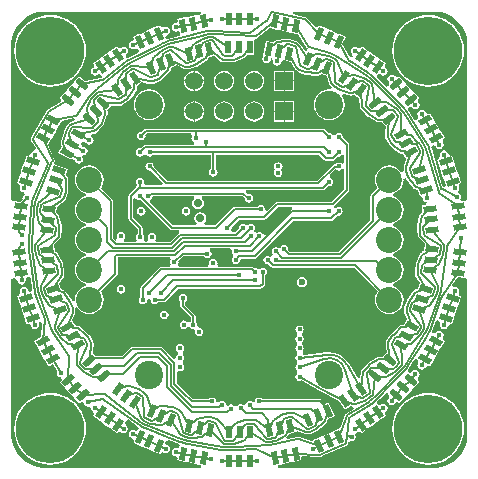
<source format=gbl>
G04*
G04 #@! TF.GenerationSoftware,Altium Limited,Altium Designer,20.0.9 (164)*
G04*
G04 Layer_Physical_Order=4*
G04 Layer_Color=16711680*
%FSLAX25Y25*%
%MOIN*%
G70*
G01*
G75*
%ADD10C,0.00787*%
%ADD58C,0.09449*%
%ADD59C,0.08661*%
%ADD60C,0.05906*%
%ADD61R,0.05906X0.05906*%
%ADD62C,0.01772*%
%ADD63C,0.02756*%
%ADD64C,0.02362*%
%ADD65C,0.22835*%
%ADD66C,0.01968*%
%ADD67C,0.00591*%
%ADD68R,0.01968X0.04331*%
G04:AMPARAMS|DCode=69|XSize=43.31mil|YSize=19.68mil|CornerRadius=0mil|HoleSize=0mil|Usage=FLASHONLY|Rotation=342.000|XOffset=0mil|YOffset=0mil|HoleType=Round|Shape=Rectangle|*
%AMROTATEDRECTD69*
4,1,4,-0.02364,-0.00267,-0.01755,0.01605,0.02364,0.00267,0.01755,-0.01605,-0.02364,-0.00267,0.0*
%
%ADD69ROTATEDRECTD69*%

G04:AMPARAMS|DCode=70|XSize=43.31mil|YSize=19.68mil|CornerRadius=0mil|HoleSize=0mil|Usage=FLASHONLY|Rotation=53.996|XOffset=0mil|YOffset=0mil|HoleType=Round|Shape=Rectangle|*
%AMROTATEDRECTD70*
4,1,4,-0.00477,-0.02330,-0.02069,-0.01173,0.00477,0.02330,0.02069,0.01173,-0.00477,-0.02330,0.0*
%
%ADD70ROTATEDRECTD70*%

G04:AMPARAMS|DCode=71|XSize=43.31mil|YSize=19.68mil|CornerRadius=0mil|HoleSize=0mil|Usage=FLASHONLY|Rotation=126.000|XOffset=0mil|YOffset=0mil|HoleType=Round|Shape=Rectangle|*
%AMROTATEDRECTD71*
4,1,4,0.02069,-0.01173,0.00477,-0.02330,-0.02069,0.01173,-0.00477,0.02330,0.02069,-0.01173,0.0*
%
%ADD71ROTATEDRECTD71*%

G04:AMPARAMS|DCode=72|XSize=43.31mil|YSize=19.68mil|CornerRadius=0mil|HoleSize=0mil|Usage=FLASHONLY|Rotation=198.000|XOffset=0mil|YOffset=0mil|HoleType=Round|Shape=Rectangle|*
%AMROTATEDRECTD72*
4,1,4,0.01755,0.01605,0.02364,-0.00267,-0.01755,-0.01605,-0.02364,0.00267,0.01755,0.01605,0.0*
%
%ADD72ROTATEDRECTD72*%

G04:AMPARAMS|DCode=73|XSize=43.31mil|YSize=19.68mil|CornerRadius=0mil|HoleSize=0mil|Usage=FLASHONLY|Rotation=282.000|XOffset=0mil|YOffset=0mil|HoleType=Round|Shape=Rectangle|*
%AMROTATEDRECTD73*
4,1,4,-0.01413,0.01913,0.00513,0.02323,0.01413,-0.01913,-0.00513,-0.02323,-0.01413,0.01913,0.0*
%
%ADD73ROTATEDRECTD73*%

G04:AMPARAMS|DCode=74|XSize=43.31mil|YSize=19.68mil|CornerRadius=0mil|HoleSize=0mil|Usage=FLASHONLY|Rotation=354.000|XOffset=0mil|YOffset=0mil|HoleType=Round|Shape=Rectangle|*
%AMROTATEDRECTD74*
4,1,4,-0.02256,-0.00753,-0.02051,0.01205,0.02256,0.00753,0.02051,-0.01205,-0.02256,-0.00753,0.0*
%
%ADD74ROTATEDRECTD74*%

G04:AMPARAMS|DCode=75|XSize=43.31mil|YSize=19.68mil|CornerRadius=0mil|HoleSize=0mil|Usage=FLASHONLY|Rotation=66.000|XOffset=0mil|YOffset=0mil|HoleType=Round|Shape=Rectangle|*
%AMROTATEDRECTD75*
4,1,4,0.00018,-0.02378,-0.01780,-0.01578,-0.00018,0.02378,0.01780,0.01578,0.00018,-0.02378,0.0*
%
%ADD75ROTATEDRECTD75*%

G04:AMPARAMS|DCode=76|XSize=43.31mil|YSize=19.68mil|CornerRadius=0mil|HoleSize=0mil|Usage=FLASHONLY|Rotation=138.000|XOffset=0mil|YOffset=0mil|HoleType=Round|Shape=Rectangle|*
%AMROTATEDRECTD76*
4,1,4,0.02268,-0.00718,0.00951,-0.02180,-0.02268,0.00718,-0.00951,0.02180,0.02268,-0.00718,0.0*
%
%ADD76ROTATEDRECTD76*%

G04:AMPARAMS|DCode=77|XSize=43.31mil|YSize=19.68mil|CornerRadius=0mil|HoleSize=0mil|Usage=FLASHONLY|Rotation=210.000|XOffset=0mil|YOffset=0mil|HoleType=Round|Shape=Rectangle|*
%AMROTATEDRECTD77*
4,1,4,0.01383,0.01935,0.02367,0.00230,-0.01383,-0.01935,-0.02367,-0.00230,0.01383,0.01935,0.0*
%
%ADD77ROTATEDRECTD77*%

G04:AMPARAMS|DCode=78|XSize=43.31mil|YSize=19.68mil|CornerRadius=0mil|HoleSize=0mil|Usage=FLASHONLY|Rotation=294.000|XOffset=0mil|YOffset=0mil|HoleType=Round|Shape=Rectangle|*
%AMROTATEDRECTD78*
4,1,4,-0.01780,0.01578,0.00018,0.02378,0.01780,-0.01578,-0.00018,-0.02378,-0.01780,0.01578,0.0*
%
%ADD78ROTATEDRECTD78*%

G04:AMPARAMS|DCode=79|XSize=43.31mil|YSize=19.68mil|CornerRadius=0mil|HoleSize=0mil|Usage=FLASHONLY|Rotation=6.000|XOffset=0mil|YOffset=0mil|HoleType=Round|Shape=Rectangle|*
%AMROTATEDRECTD79*
4,1,4,-0.02051,-0.01205,-0.02256,0.00753,0.02051,0.01205,0.02256,-0.00753,-0.02051,-0.01205,0.0*
%
%ADD79ROTATEDRECTD79*%

G04:AMPARAMS|DCode=80|XSize=43.31mil|YSize=19.68mil|CornerRadius=0mil|HoleSize=0mil|Usage=FLASHONLY|Rotation=78.000|XOffset=0mil|YOffset=0mil|HoleType=Round|Shape=Rectangle|*
%AMROTATEDRECTD80*
4,1,4,0.00513,-0.02323,-0.01413,-0.01913,-0.00513,0.02323,0.01413,0.01913,0.00513,-0.02323,0.0*
%
%ADD80ROTATEDRECTD80*%

G04:AMPARAMS|DCode=81|XSize=43.31mil|YSize=19.68mil|CornerRadius=0mil|HoleSize=0mil|Usage=FLASHONLY|Rotation=150.000|XOffset=0mil|YOffset=0mil|HoleType=Round|Shape=Rectangle|*
%AMROTATEDRECTD81*
4,1,4,0.02367,-0.00230,0.01383,-0.01935,-0.02367,0.00230,-0.01383,0.01935,0.02367,-0.00230,0.0*
%
%ADD81ROTATEDRECTD81*%

G04:AMPARAMS|DCode=82|XSize=43.31mil|YSize=19.68mil|CornerRadius=0mil|HoleSize=0mil|Usage=FLASHONLY|Rotation=222.000|XOffset=0mil|YOffset=0mil|HoleType=Round|Shape=Rectangle|*
%AMROTATEDRECTD82*
4,1,4,0.00951,0.02180,0.02268,0.00718,-0.00951,-0.02180,-0.02268,-0.00718,0.00951,0.02180,0.0*
%
%ADD82ROTATEDRECTD82*%

G04:AMPARAMS|DCode=83|XSize=43.31mil|YSize=19.68mil|CornerRadius=0mil|HoleSize=0mil|Usage=FLASHONLY|Rotation=42.993|XOffset=0mil|YOffset=0mil|HoleType=Round|Shape=Rectangle|*
%AMROTATEDRECTD83*
4,1,4,-0.00913,-0.02197,-0.02255,-0.00757,0.00913,0.02197,0.02255,0.00757,-0.00913,-0.02197,0.0*
%
%ADD83ROTATEDRECTD83*%

G36*
X-12741Y75181D02*
X-13716Y74974D01*
X-13728Y74971D01*
Y74971D01*
X-14486Y74810D01*
X-14486Y74810D01*
X-17182Y74237D01*
X-17194Y74235D01*
Y74235D01*
X-17952Y74074D01*
X-17952Y74074D01*
X-20660Y73498D01*
X-20531Y72891D01*
X-21030Y72265D01*
X-21185Y72178D01*
X-21624Y72091D01*
X-22082Y71785D01*
X-22389Y71326D01*
X-22496Y70785D01*
X-22389Y70245D01*
X-22082Y69786D01*
X-21624Y69480D01*
X-21083Y69372D01*
X-20543Y69480D01*
X-19721Y69082D01*
X-19650Y68748D01*
X-19745Y68404D01*
X-19787Y68276D01*
X-20106Y67941D01*
X-23673Y66934D01*
X-24272Y66921D01*
X-24619Y67611D01*
X-24163Y68323D01*
X-24009Y68354D01*
X-23551Y68660D01*
X-23244Y69118D01*
X-23137Y69659D01*
X-23244Y70200D01*
X-23551Y70658D01*
X-24009Y70964D01*
X-24550Y71072D01*
X-25091Y70964D01*
X-25282Y70836D01*
X-26089Y70962D01*
X-26237Y71045D01*
X-26487Y71605D01*
X-29004Y70484D01*
X-29016Y70479D01*
X-29724Y70164D01*
X-30443Y69843D01*
X-32241Y69043D01*
X-32253Y69038D01*
X-32961Y68722D01*
X-33680Y68402D01*
X-35490Y67596D01*
X-35218Y66985D01*
X-35726Y66191D01*
X-35880Y66161D01*
X-36339Y65854D01*
X-36645Y65396D01*
X-36753Y64855D01*
X-36645Y64314D01*
X-36339Y63856D01*
X-35880Y63550D01*
X-35340Y63442D01*
X-34799Y63550D01*
X-34607Y63678D01*
X-33800Y63552D01*
X-33652Y63469D01*
X-33403Y62909D01*
X-33742Y62228D01*
X-37082Y60591D01*
X-37131Y60576D01*
X-37473Y60578D01*
X-37914Y61048D01*
X-37805Y61828D01*
X-37497Y62033D01*
X-37191Y62492D01*
X-37083Y63033D01*
X-37191Y63573D01*
X-37497Y64032D01*
X-37956Y64338D01*
X-38496Y64446D01*
X-39037Y64338D01*
X-39495Y64032D01*
X-40437Y64040D01*
X-40795Y64533D01*
X-43025Y62913D01*
X-43035Y62906D01*
X-44299Y61988D01*
X-45891Y60831D01*
X-45902Y60823D01*
X-47166Y59905D01*
X-48768Y58741D01*
X-48402Y58236D01*
X-48549Y57587D01*
X-48708Y57318D01*
X-49051Y57089D01*
X-49357Y56631D01*
X-49465Y56090D01*
X-49357Y55550D01*
X-49051Y55091D01*
X-48592Y54785D01*
X-48052Y54677D01*
X-47511Y54785D01*
X-47052Y55091D01*
X-46321Y55085D01*
X-45871Y54566D01*
X-45869Y54361D01*
X-46016Y53753D01*
X-51283Y52806D01*
X-53321Y54641D01*
X-55174Y52584D01*
X-55174D01*
X-55692Y52008D01*
X-55700Y51999D01*
X-57536Y49960D01*
X-57544Y49951D01*
X-58063Y49375D01*
X-58063Y49375D01*
X-59915Y47317D01*
X-59336Y46796D01*
X-59404Y46011D01*
X-64034Y43111D01*
X-64093Y43056D01*
X-64159Y43011D01*
X-64428Y42743D01*
X-64479Y42666D01*
X-64540Y42596D01*
X-69207Y34514D01*
X-69233Y34436D01*
X-69272Y34363D01*
X-69424Y33857D01*
X-69434Y33754D01*
X-69454Y33653D01*
Y33232D01*
X-69441Y33167D01*
X-69442Y33100D01*
X-69414Y33032D01*
X-69400Y32961D01*
X-69363Y32905D01*
X-69338Y32843D01*
X-69241Y32696D01*
X-69241Y32696D01*
X-67805Y30505D01*
X-68050Y30047D01*
X-68262Y29766D01*
X-68735Y29672D01*
X-69193Y29366D01*
X-69499Y28908D01*
X-69559Y28610D01*
X-70145Y28126D01*
X-70344Y28037D01*
X-70936Y28230D01*
X-71548Y26346D01*
X-71791Y25597D01*
X-72031Y24860D01*
X-72031D01*
X-72035Y24848D01*
X-72643Y22976D01*
X-72886Y22227D01*
X-73126Y21490D01*
X-73126D01*
X-73130Y21478D01*
X-73981Y18857D01*
X-73368Y18657D01*
X-73103Y17744D01*
X-73149Y17675D01*
X-73257Y17134D01*
X-73149Y16593D01*
X-72843Y16135D01*
X-72384Y15829D01*
X-71866Y15725D01*
X-71819Y15650D01*
X-71577Y14971D01*
X-71865Y14779D01*
X-72172Y14320D01*
X-72279Y13780D01*
X-72235Y13556D01*
X-73147Y12643D01*
X-75255Y12864D01*
Y12864D01*
X-75969Y13074D01*
Y64961D01*
Y65682D01*
X-75780Y67113D01*
X-75407Y68507D01*
X-74855Y69840D01*
X-74133Y71090D01*
X-73255Y72234D01*
X-72234Y73255D01*
X-71090Y74133D01*
X-69840Y74855D01*
X-68507Y75407D01*
X-67113Y75780D01*
X-65682Y75969D01*
X-64961Y75969D01*
X-12824Y75969D01*
X-12741Y75181D01*
D02*
G37*
G36*
X12662Y69953D02*
Y69953D01*
X13419Y69792D01*
Y69792D01*
X16127Y69216D01*
Y69216D01*
X16885Y69055D01*
Y69055D01*
X16898Y69052D01*
X19593Y68479D01*
X19593Y68479D01*
X19593Y68479D01*
X20011Y67863D01*
X22166Y64302D01*
X22166Y64302D01*
X22203Y64241D01*
X22261Y64178D01*
X22308Y64107D01*
X22392Y64023D01*
X22440Y63991D01*
X22478Y63950D01*
X22671Y63810D01*
X22778Y63761D01*
X22830Y63733D01*
X22554Y63013D01*
X21771Y62951D01*
X20405Y65053D01*
X20353Y65106D01*
X20312Y65168D01*
X19383Y66097D01*
X19328Y66133D01*
X19283Y66180D01*
X19214Y66210D01*
X19152Y66251D01*
X19089Y66264D01*
X19029Y66289D01*
X16830Y66757D01*
X16756Y66758D01*
X16683Y66772D01*
X15501D01*
X15472Y66766D01*
X15442Y66770D01*
X12387Y66516D01*
X12308Y66493D01*
X12226Y66483D01*
X12176Y66455D01*
X12121Y66439D01*
X12056Y66388D01*
X11985Y66348D01*
X11362Y65815D01*
X8960Y66325D01*
X7893Y61307D01*
X7893D01*
X7750Y60777D01*
X7705Y60553D01*
X7642Y60236D01*
X7750Y59696D01*
X8056Y59237D01*
X8514Y58931D01*
X9055Y58823D01*
X9596Y58931D01*
X10054Y59237D01*
X10361Y59696D01*
X10414Y59966D01*
X10570Y60606D01*
X10802Y60565D01*
X11235Y59698D01*
X11186Y59449D01*
X11293Y58908D01*
X11599Y58450D01*
X12058Y58143D01*
X12598Y58036D01*
X13139Y58143D01*
X13598Y58450D01*
X13904Y58908D01*
X13964Y59211D01*
X14662Y59858D01*
X14841Y59830D01*
X17245Y59319D01*
X18298Y57329D01*
X18375Y57236D01*
X18441Y57136D01*
X18580Y56997D01*
X18143Y56320D01*
X17596Y56320D01*
X15161D01*
Y53167D01*
X18313D01*
Y55553D01*
X18313Y56150D01*
X18990Y56587D01*
X19474Y56104D01*
X19596Y56022D01*
X19717Y55937D01*
X21803Y55007D01*
X21941Y54976D01*
X22078Y54939D01*
X25806Y54686D01*
X25834Y54689D01*
X25861Y54684D01*
X26359D01*
X26418Y54695D01*
X26477Y54693D01*
X26571Y54726D01*
X26669Y54745D01*
X26718Y54779D01*
X26775Y54799D01*
X27463Y55211D01*
X29204Y54436D01*
X29946Y51841D01*
X29967Y51800D01*
X29976Y51754D01*
X30039Y51661D01*
X30090Y51561D01*
X30126Y51530D01*
X30152Y51492D01*
X30784Y50860D01*
X30416Y50114D01*
X30000Y50169D01*
X28662Y49992D01*
X27416Y49476D01*
X26345Y48655D01*
X25524Y47584D01*
X25008Y46338D01*
X24831Y45000D01*
X25008Y43662D01*
X25524Y42416D01*
X26345Y41345D01*
X27416Y40524D01*
X28662Y40007D01*
X30000Y39831D01*
X31338Y40007D01*
X32584Y40524D01*
X33655Y41345D01*
X34476Y42416D01*
X34993Y43662D01*
X35169Y45000D01*
X34993Y46338D01*
X34476Y47584D01*
X34223Y47914D01*
X34685Y48606D01*
X36698Y48069D01*
X36803Y48062D01*
X36906Y48042D01*
X37493D01*
X37624Y48068D01*
X37757Y48086D01*
X38348Y48290D01*
X39933Y47139D01*
X40198Y44063D01*
X40227Y43964D01*
X40242Y43863D01*
X40270Y43814D01*
X40286Y43760D01*
X40350Y43680D01*
X40403Y43591D01*
X41938Y41886D01*
X41955Y41874D01*
X41967Y41856D01*
X42910Y40913D01*
X43016Y40842D01*
X43117Y40763D01*
X45980Y39317D01*
X46010Y39309D01*
X46035Y39292D01*
X46161Y39267D01*
X46284Y39232D01*
X46315Y39236D01*
X46345Y39230D01*
X46978D01*
X47023Y39239D01*
X47069Y39235D01*
X47527Y39287D01*
X48848Y37821D01*
X48604Y35935D01*
X48607Y35882D01*
X48597Y35831D01*
Y34306D01*
X48608Y34253D01*
X48604Y34200D01*
X48638Y34100D01*
X48659Y33996D01*
X48688Y33952D01*
X48706Y33901D01*
X49848Y31922D01*
X49918Y31842D01*
X49977Y31754D01*
X50979Y30752D01*
X51010Y30731D01*
X51034Y30702D01*
X53297Y28821D01*
X53370Y28781D01*
X53434Y28729D01*
X53507Y28707D01*
X53575Y28670D01*
X53657Y28662D01*
X53736Y28638D01*
X54657Y28548D01*
X55619Y26881D01*
X54803Y24661D01*
X54781Y24521D01*
X54753Y24382D01*
Y22943D01*
X54778Y22819D01*
X54785Y22762D01*
X54723Y22727D01*
X54551Y22629D01*
X54048Y22496D01*
X53374Y23374D01*
X52386Y24132D01*
X51235Y24609D01*
X50000Y24771D01*
X48765Y24609D01*
X47614Y24132D01*
X46626Y23374D01*
X45868Y22386D01*
X45391Y21235D01*
X45228Y20000D01*
X45391Y18765D01*
X45868Y17614D01*
X46129Y17274D01*
X43916Y15060D01*
X43740Y14798D01*
X43679Y14488D01*
X43679Y14488D01*
Y6503D01*
X33096Y-4080D01*
X17036D01*
X16329Y-3374D01*
X16374Y-3150D01*
X16266Y-2609D01*
X15960Y-2151D01*
X15501Y-1844D01*
X14961Y-1737D01*
X14420Y-1844D01*
X13961Y-2151D01*
X13768Y-2440D01*
X13566Y-2618D01*
X12836Y-2692D01*
X12745Y-2632D01*
X12205Y-2524D01*
X11664Y-2632D01*
X11206Y-2938D01*
X10899Y-3396D01*
X10792Y-3937D01*
X10899Y-4478D01*
X11127Y-4819D01*
X10936Y-5424D01*
X10331Y-5616D01*
X9990Y-5387D01*
X9449Y-5280D01*
X8908Y-5387D01*
X8450Y-5694D01*
X8143Y-6152D01*
X8036Y-6693D01*
X8143Y-7234D01*
X8450Y-7692D01*
X8908Y-7998D01*
X9449Y-8106D01*
X9673Y-8061D01*
X10656Y-9045D01*
X10656Y-9045D01*
X10919Y-9220D01*
X11228Y-9282D01*
X11228Y-9282D01*
X38137D01*
X46129Y-17274D01*
X45868Y-17614D01*
X45391Y-18765D01*
X45228Y-20000D01*
X45391Y-21235D01*
X45868Y-22386D01*
X46626Y-23374D01*
X47614Y-24132D01*
X48765Y-24609D01*
X50000Y-24771D01*
X51235Y-24609D01*
X52386Y-24132D01*
X53374Y-23374D01*
X54132Y-22386D01*
X54609Y-21235D01*
X54772Y-20000D01*
X54609Y-18765D01*
X54132Y-17614D01*
X53374Y-16626D01*
X52386Y-15868D01*
X51235Y-15391D01*
Y-14609D01*
X52386Y-14132D01*
X53374Y-13374D01*
X54132Y-12386D01*
X54609Y-11235D01*
X54772Y-10000D01*
X54609Y-8765D01*
X54132Y-7614D01*
X53374Y-6626D01*
X52386Y-5868D01*
X51235Y-5391D01*
Y-4609D01*
X52386Y-4132D01*
X53374Y-3374D01*
X54132Y-2386D01*
X54609Y-1235D01*
X54772Y0D01*
X54609Y1235D01*
X54132Y2386D01*
X53374Y3374D01*
X52386Y4132D01*
X51235Y4609D01*
Y5391D01*
X52386Y5868D01*
X53374Y6626D01*
X54132Y7614D01*
X54609Y8765D01*
X54772Y10000D01*
X54609Y11235D01*
X54132Y12386D01*
X53374Y13374D01*
X52386Y14132D01*
X51235Y14609D01*
Y15391D01*
X52386Y15868D01*
X53374Y16626D01*
X54132Y17614D01*
X54609Y18765D01*
X54772Y20000D01*
X54725Y20354D01*
X55496Y20529D01*
X55499Y20520D01*
X55569Y20395D01*
X55634Y20268D01*
X57917Y17390D01*
X57952Y17359D01*
X57978Y17320D01*
X58346Y16953D01*
X58378Y16931D01*
X58403Y16901D01*
X58509Y16844D01*
X58608Y16778D01*
X58647Y16770D01*
X58682Y16751D01*
X59408Y16530D01*
X60085Y14445D01*
X60610Y14616D01*
X60626Y14609D01*
X61227Y13988D01*
X61185Y13780D01*
X61293Y13239D01*
X61599Y12780D01*
X62058Y12474D01*
X62407Y12405D01*
X62371Y11609D01*
X60745Y11438D01*
X60979Y9213D01*
X60653Y8921D01*
X60639Y8903D01*
X60620Y8890D01*
X60189Y8459D01*
X60145Y8393D01*
X60089Y8337D01*
X60058Y8263D01*
X60014Y8197D01*
X59998Y8119D01*
X59968Y8045D01*
X59347Y4932D01*
X59347Y4852D01*
X59332Y4773D01*
Y3547D01*
X59340Y3505D01*
X59336Y3462D01*
X59572Y1223D01*
X59598Y1139D01*
X59609Y1051D01*
X59644Y989D01*
X59665Y922D01*
X59722Y854D01*
X59766Y777D01*
X61785Y-1542D01*
X61567Y-3623D01*
X61060Y-3903D01*
X60974Y-3976D01*
X60880Y-4039D01*
X60449Y-4470D01*
X60366Y-4595D01*
X60280Y-4718D01*
X58915Y-7835D01*
X58888Y-7957D01*
X58851Y-8076D01*
X58616Y-10314D01*
X58620Y-10357D01*
X58612Y-10399D01*
Y-11626D01*
X58622Y-11678D01*
X58619Y-11731D01*
X58653Y-11831D01*
X58673Y-11935D01*
X58703Y-11980D01*
X58720Y-12030D01*
X60095Y-14413D01*
X59468Y-16342D01*
X58742Y-16564D01*
X58708Y-16583D01*
X58669Y-16590D01*
X58570Y-16657D01*
X58464Y-16714D01*
X58439Y-16744D01*
X58407Y-16766D01*
X58039Y-17133D01*
X58001Y-17191D01*
X57951Y-17239D01*
X55853Y-20210D01*
X55804Y-20321D01*
X55744Y-20427D01*
X55050Y-22563D01*
X55036Y-22688D01*
X55011Y-22813D01*
Y-24113D01*
X55036Y-24238D01*
X55051Y-24364D01*
X55782Y-26599D01*
X54755Y-28377D01*
X53834Y-28467D01*
X53729Y-28499D01*
X53622Y-28518D01*
X53580Y-28544D01*
X53532Y-28559D01*
X53447Y-28628D01*
X53355Y-28687D01*
X51173Y-30765D01*
X51167Y-30773D01*
X51159Y-30778D01*
X50252Y-31685D01*
X50194Y-31773D01*
X50124Y-31852D01*
X49001Y-33798D01*
X48984Y-33848D01*
X48954Y-33893D01*
X48933Y-33996D01*
X48899Y-34097D01*
X48903Y-34150D01*
X48892Y-34202D01*
Y-35579D01*
X48900Y-35615D01*
X48896Y-35652D01*
X49071Y-37573D01*
X47659Y-39141D01*
X47201Y-39089D01*
X47155Y-39093D01*
X47110Y-39084D01*
X46477D01*
X46420Y-39095D01*
X46363Y-39092D01*
X46267Y-39126D01*
X46167Y-39145D01*
X46119Y-39177D01*
X46065Y-39196D01*
X43284Y-40839D01*
X43208Y-40907D01*
X43123Y-40963D01*
X42268Y-41818D01*
X42257Y-41836D01*
X42239Y-41849D01*
X40731Y-43523D01*
X40685Y-43601D01*
X40626Y-43671D01*
X40605Y-43736D01*
X40570Y-43795D01*
X40557Y-43885D01*
X40529Y-43971D01*
X40288Y-46032D01*
X39476Y-46207D01*
X36454Y-41150D01*
X36434Y-41128D01*
X36266Y-40813D01*
X35328Y-39672D01*
X34187Y-38734D01*
X32884Y-38038D01*
X31470Y-37609D01*
X30000Y-37464D01*
X29232Y-37540D01*
X29152Y-37533D01*
X21556Y-38389D01*
X21169Y-38040D01*
X21078Y-37220D01*
X21384Y-36761D01*
X21492Y-36220D01*
X21384Y-35680D01*
X21078Y-35221D01*
X20871Y-35083D01*
X20854Y-35034D01*
Y-34257D01*
X20871Y-34208D01*
X21078Y-34070D01*
X21384Y-33612D01*
X21492Y-33071D01*
X21384Y-32530D01*
X21078Y-32072D01*
X20871Y-31934D01*
X20854Y-31884D01*
Y-31108D01*
X20871Y-31059D01*
X21078Y-30920D01*
X21384Y-30462D01*
X21492Y-29921D01*
X21384Y-29381D01*
X21078Y-28922D01*
X20619Y-28616D01*
X20079Y-28508D01*
X19538Y-28616D01*
X19080Y-28922D01*
X18773Y-29381D01*
X18666Y-29921D01*
X18773Y-30462D01*
X19080Y-30920D01*
X19286Y-31059D01*
X19304Y-31108D01*
Y-31884D01*
X19286Y-31934D01*
X19080Y-32072D01*
X18773Y-32530D01*
X18666Y-33071D01*
X18773Y-33612D01*
X19080Y-34070D01*
X19286Y-34208D01*
X19304Y-34257D01*
Y-35034D01*
X19286Y-35083D01*
X19080Y-35221D01*
X18773Y-35680D01*
X18666Y-36220D01*
X18773Y-36761D01*
X19080Y-37220D01*
X19286Y-37358D01*
X19304Y-37407D01*
Y-38184D01*
X19286Y-38233D01*
X19080Y-38371D01*
X18773Y-38829D01*
X18666Y-39370D01*
X18773Y-39911D01*
X19080Y-40369D01*
X19286Y-40507D01*
X19304Y-40557D01*
Y-41333D01*
X19286Y-41382D01*
X19080Y-41521D01*
X18773Y-41979D01*
X18666Y-42520D01*
X18773Y-43060D01*
X19080Y-43519D01*
X19286Y-43657D01*
X19304Y-43706D01*
Y-44483D01*
X19286Y-44532D01*
X19080Y-44670D01*
X18773Y-45129D01*
X18666Y-45669D01*
X18773Y-46210D01*
X19080Y-46668D01*
X19538Y-46975D01*
X20079Y-47082D01*
X20619Y-46975D01*
X20670Y-46941D01*
X26851Y-50488D01*
X26924Y-50513D01*
X26930Y-50516D01*
X26990Y-50565D01*
X33215Y-53933D01*
X35321Y-56831D01*
X37203Y-55464D01*
X37990Y-55641D01*
X38004Y-55663D01*
X38172Y-56381D01*
X35569Y-57987D01*
X35509Y-58044D01*
X35440Y-58090D01*
X35300Y-58230D01*
X35292Y-58241D01*
X35281Y-58249D01*
X35215Y-58356D01*
X35146Y-58460D01*
X35143Y-58473D01*
X35136Y-58485D01*
X33740Y-62262D01*
X33403Y-62909D01*
X33403D01*
X33403Y-62909D01*
X30885Y-64030D01*
X30874Y-64035D01*
X30166Y-64350D01*
X29447Y-64671D01*
X27648Y-65471D01*
X27637Y-65477D01*
X26929Y-65792D01*
X26210Y-66112D01*
X24400Y-66918D01*
Y-66918D01*
X24171Y-67175D01*
X19973Y-65882D01*
X19973Y-65882D01*
X19973Y-65882D01*
X19894Y-65858D01*
X19795Y-65848D01*
X19698Y-65827D01*
X19610Y-65825D01*
X19603Y-65826D01*
X19597Y-65825D01*
X19346D01*
X19272Y-65840D01*
X19196Y-65841D01*
X15999Y-66535D01*
X15619Y-65856D01*
X15699Y-65802D01*
X16048Y-65453D01*
X16117Y-65350D01*
X16190Y-65249D01*
X16427Y-64738D01*
X18792Y-64235D01*
X18792Y-64235D01*
X19377Y-63737D01*
X21981Y-64751D01*
X22109Y-64774D01*
X22238Y-64799D01*
X23494D01*
X23504Y-64798D01*
X23513Y-64799D01*
X23639Y-64771D01*
X23765Y-64746D01*
X23773Y-64740D01*
X23783Y-64738D01*
X25834Y-63825D01*
X25918Y-63766D01*
X26008Y-63715D01*
X28834Y-61283D01*
X28851Y-61262D01*
X28873Y-61247D01*
X29168Y-60952D01*
X29201Y-60903D01*
X29244Y-60862D01*
X29277Y-60789D01*
X29322Y-60722D01*
X29333Y-60664D01*
X29357Y-60610D01*
X29518Y-59912D01*
X31736Y-58925D01*
X29650Y-54237D01*
X28692Y-54664D01*
X27392Y-53365D01*
X27130Y-53189D01*
X26820Y-53128D01*
X26820Y-53128D01*
X7819D01*
X7692Y-52938D01*
X7234Y-52632D01*
X6693Y-52524D01*
X6152Y-52632D01*
X5694Y-52938D01*
X5387Y-53396D01*
X5300Y-53836D01*
X4961Y-54003D01*
X4509Y-54097D01*
X4084Y-53813D01*
X3543Y-53705D01*
X3003Y-53813D01*
X2544Y-54119D01*
X2238Y-54577D01*
X2174Y-54900D01*
X1468Y-55144D01*
X1453Y-55148D01*
X1382Y-55151D01*
X946Y-54860D01*
X406Y-54752D01*
X-135Y-54860D01*
X-593Y-55166D01*
X-773Y-55435D01*
X-1462Y-55494D01*
X-1657Y-55449D01*
X-1757Y-55300D01*
X-2215Y-54994D01*
X-2756Y-54886D01*
X-3297Y-54994D01*
X-3721Y-55278D01*
X-4174Y-55184D01*
X-4513Y-55017D01*
X-4600Y-54577D01*
X-4906Y-54119D01*
X-5365Y-53813D01*
X-5906Y-53705D01*
X-6446Y-53813D01*
X-6871Y-54097D01*
X-7323Y-54003D01*
X-7662Y-53836D01*
X-7750Y-53396D01*
X-8056Y-52938D01*
X-8514Y-52632D01*
X-9055Y-52524D01*
X-9596Y-52632D01*
X-10054Y-52938D01*
X-10181Y-53128D01*
X-15598D01*
X-18615Y-50111D01*
X-18615Y-50111D01*
X-20832Y-47894D01*
Y-44367D01*
X-20622Y-44179D01*
X-20044Y-43861D01*
X-19685Y-43933D01*
X-19144Y-43825D01*
X-18686Y-43519D01*
X-18380Y-43060D01*
X-18272Y-42520D01*
X-18380Y-41979D01*
X-18686Y-41521D01*
X-18893Y-41382D01*
X-18910Y-41333D01*
Y-40557D01*
X-18893Y-40507D01*
X-18686Y-40369D01*
X-18380Y-39911D01*
X-18272Y-39370D01*
X-18380Y-38829D01*
X-18686Y-38371D01*
X-18893Y-38233D01*
X-18910Y-38184D01*
Y-37407D01*
X-18893Y-37358D01*
X-18686Y-37220D01*
X-18380Y-36761D01*
X-18272Y-36220D01*
X-18380Y-35680D01*
X-18686Y-35221D01*
X-19144Y-34915D01*
X-19685Y-34808D01*
X-20226Y-34915D01*
X-20684Y-35221D01*
X-20990Y-35680D01*
X-21098Y-36220D01*
X-20990Y-36761D01*
X-20684Y-37220D01*
X-20477Y-37358D01*
X-20460Y-37407D01*
Y-38184D01*
X-20477Y-38233D01*
X-20684Y-38371D01*
X-20990Y-38829D01*
X-21098Y-39370D01*
X-21084Y-39441D01*
X-21810Y-39829D01*
X-25609Y-36029D01*
X-25872Y-35854D01*
X-26182Y-35792D01*
X-26182Y-35792D01*
X-35788D01*
X-36098Y-35854D01*
X-36360Y-36029D01*
X-36360Y-36029D01*
X-39076Y-38746D01*
X-48092D01*
X-48899Y-37880D01*
X-48606Y-35952D01*
X-48609Y-35891D01*
X-48597Y-35831D01*
Y-34306D01*
X-48608Y-34253D01*
X-48604Y-34200D01*
X-48638Y-34100D01*
X-48659Y-33996D01*
X-48688Y-33952D01*
X-48706Y-33901D01*
X-49848Y-31922D01*
X-49918Y-31842D01*
X-49977Y-31754D01*
X-50979Y-30752D01*
X-51010Y-30731D01*
X-51034Y-30702D01*
X-53297Y-28821D01*
X-53370Y-28781D01*
X-53434Y-28729D01*
X-53507Y-28707D01*
X-53575Y-28670D01*
X-53657Y-28662D01*
X-53736Y-28638D01*
X-54657Y-28548D01*
X-55621Y-26878D01*
X-54804Y-24650D01*
X-54782Y-24510D01*
X-54755Y-24372D01*
Y-22934D01*
X-54779Y-22809D01*
X-54785Y-22762D01*
X-54736Y-22734D01*
X-54493Y-22607D01*
X-54049Y-22494D01*
X-53374Y-23374D01*
X-52386Y-24132D01*
X-51235Y-24609D01*
X-50000Y-24771D01*
X-48765Y-24609D01*
X-47614Y-24132D01*
X-46626Y-23374D01*
X-45868Y-22386D01*
X-45391Y-21235D01*
X-45228Y-20000D01*
X-45391Y-18765D01*
X-45868Y-17614D01*
X-46129Y-17274D01*
X-40766Y-11911D01*
X-40766Y-11911D01*
X-40591Y-11648D01*
X-40529Y-11339D01*
Y-5927D01*
X-23157D01*
X-23113Y-5976D01*
X-22809Y-6715D01*
X-22959Y-6940D01*
X-23066Y-7480D01*
X-22959Y-8021D01*
X-22809Y-8246D01*
X-23113Y-8985D01*
X-23157Y-9033D01*
X-25984D01*
X-26294Y-9095D01*
X-26557Y-9270D01*
X-32739Y-15453D01*
X-32915Y-15716D01*
X-32976Y-16025D01*
X-32976Y-16025D01*
Y-18994D01*
X-33166Y-19121D01*
X-33472Y-19579D01*
X-33580Y-20120D01*
X-33472Y-20661D01*
X-33166Y-21119D01*
X-32708Y-21426D01*
X-32167Y-21533D01*
X-31626Y-21426D01*
X-31168Y-21119D01*
X-30861Y-20661D01*
X-30754Y-20120D01*
X-30175Y-19605D01*
X-29598Y-20129D01*
X-29491Y-20670D01*
X-29184Y-21128D01*
X-28726Y-21435D01*
X-28185Y-21542D01*
X-27644Y-21435D01*
X-27186Y-21128D01*
X-27059Y-20939D01*
X-25247D01*
X-25247Y-20939D01*
X-24938Y-20877D01*
X-24675Y-20701D01*
X-20284Y-16310D01*
X6940D01*
X6940Y-16310D01*
X7249Y-16249D01*
X7512Y-16073D01*
X8403Y-15182D01*
X8403Y-15182D01*
X8579Y-14920D01*
X8640Y-14610D01*
Y-11792D01*
X8830Y-11665D01*
X9136Y-11207D01*
X9244Y-10666D01*
X9136Y-10125D01*
X8830Y-9667D01*
X8372Y-9361D01*
X7831Y-9253D01*
X7290Y-9361D01*
X6832Y-9667D01*
X6260Y-9902D01*
X5801Y-9596D01*
X5261Y-9488D01*
X4967Y-9547D01*
X4691Y-9270D01*
X4428Y-9095D01*
X4118Y-9033D01*
X4118Y-9033D01*
X-6822D01*
X-7017Y-8807D01*
X-7322Y-8246D01*
X-7248Y-7874D01*
X-7356Y-7333D01*
X-7662Y-6875D01*
X-8121Y-6569D01*
X-8661Y-6461D01*
X-9202Y-6569D01*
X-9661Y-6875D01*
X-9967Y-7333D01*
X-10074Y-7874D01*
X-10000Y-8246D01*
X-10306Y-8807D01*
X-10501Y-9033D01*
X-20150D01*
X-20194Y-8985D01*
X-20498Y-8246D01*
X-20348Y-8021D01*
X-20241Y-7480D01*
X-20285Y-7256D01*
X-18562Y-5534D01*
X-11756D01*
X-11629Y-5723D01*
X-11171Y-6030D01*
X-10630Y-6137D01*
X-10089Y-6030D01*
X-9631Y-5723D01*
X-9324Y-5265D01*
X-9217Y-4724D01*
X-9324Y-4184D01*
X-9631Y-3725D01*
X-9871Y-3565D01*
X-9632Y-2778D01*
X-3020D01*
X-2825Y-3004D01*
X-2520Y-3565D01*
X-2594Y-3937D01*
X-2486Y-4478D01*
X-2180Y-4936D01*
Y-5694D01*
X-2486Y-6152D01*
X-2594Y-6693D01*
X-2486Y-7234D01*
X-2180Y-7692D01*
X-1722Y-7998D01*
X-1181Y-8106D01*
X-640Y-7998D01*
X-182Y-7692D01*
X124Y-7234D01*
X232Y-6693D01*
X961Y-6321D01*
X5118D01*
X5118Y-6321D01*
X5428Y-6260D01*
X5690Y-6084D01*
X18052Y6277D01*
X30709D01*
X30709Y6277D01*
X31018Y6339D01*
X31281Y6514D01*
X32847Y8080D01*
X33071Y8036D01*
X33612Y8143D01*
X34070Y8450D01*
X34376Y8908D01*
X34484Y9449D01*
X34376Y9990D01*
X34070Y10448D01*
X33612Y10754D01*
X33071Y10862D01*
X32530Y10754D01*
X32072Y10448D01*
X31712Y10655D01*
X31675Y11239D01*
X36399Y15963D01*
X36399Y15963D01*
X36574Y16226D01*
X36636Y16535D01*
Y31496D01*
X36574Y31806D01*
X36399Y32068D01*
X34439Y34028D01*
X34484Y34252D01*
X34376Y34793D01*
X34070Y35251D01*
X33612Y35557D01*
X33071Y35665D01*
X32530Y35557D01*
X32072Y35251D01*
X31934Y35044D01*
X31884Y35027D01*
X31108D01*
X31059Y35044D01*
X30920Y35251D01*
X30462Y35557D01*
X29921Y35665D01*
X29697Y35620D01*
X28525Y36793D01*
X28262Y36968D01*
X27953Y37030D01*
X27953Y37030D01*
X-31102D01*
X-31412Y36968D01*
X-31675Y36793D01*
X-31675Y36793D01*
X-32453Y36014D01*
X-32677Y36059D01*
X-33218Y35951D01*
X-33676Y35645D01*
X-33983Y35186D01*
X-34090Y34646D01*
X-33983Y34105D01*
X-33676Y33647D01*
X-33218Y33340D01*
X-32677Y33233D01*
X-32136Y33340D01*
X-31678Y33647D01*
X-31372Y34105D01*
X-31264Y34646D01*
X-31309Y34870D01*
X-30767Y35411D01*
X-16050D01*
X-15957Y35299D01*
X-15701Y34624D01*
X-15872Y34367D01*
X-15980Y33827D01*
X-15872Y33286D01*
X-15566Y32828D01*
X-15108Y32521D01*
X-15051Y32510D01*
X-15128Y31723D01*
X-31291D01*
X-31291Y31723D01*
X-31601Y31661D01*
X-31864Y31486D01*
X-31864Y31486D01*
X-32847Y30502D01*
X-33071Y30547D01*
X-33612Y30439D01*
X-34070Y30133D01*
X-34376Y29675D01*
X-34484Y29134D01*
X-34376Y28593D01*
X-34070Y28135D01*
X-33612Y27828D01*
X-33071Y27721D01*
X-32530Y27828D01*
X-32072Y28135D01*
X-31934Y28342D01*
X-31884Y28359D01*
X-31108D01*
X-31059Y28342D01*
X-30920Y28135D01*
X-30462Y27828D01*
X-29921Y27721D01*
X-29381Y27828D01*
X-28922Y28135D01*
X-28795Y28325D01*
X-9471D01*
Y23567D01*
X-9661Y23440D01*
X-9967Y22982D01*
X-10074Y22441D01*
X-9967Y21900D01*
X-9661Y21442D01*
X-9202Y21136D01*
X-8661Y21028D01*
X-8121Y21136D01*
X-7662Y21442D01*
X-7356Y21900D01*
X-7248Y22441D01*
X-7356Y22982D01*
X-7662Y23440D01*
X-7852Y23567D01*
Y28325D01*
X26436D01*
X28168Y26593D01*
X28168Y26593D01*
X28431Y26418D01*
X28740Y26356D01*
X31102D01*
X31102Y26356D01*
X31412Y26418D01*
X31675Y26593D01*
X32847Y27765D01*
X33071Y27721D01*
X33612Y27828D01*
X34070Y28135D01*
X34230Y28374D01*
X35017Y28135D01*
Y25408D01*
X34230Y25169D01*
X34070Y25409D01*
X33612Y25715D01*
X33071Y25822D01*
X32530Y25715D01*
X32072Y25409D01*
X31889Y25135D01*
X31806D01*
X31497Y25074D01*
X31234Y24898D01*
X31234Y24898D01*
X26049Y19713D01*
X-24081D01*
X-28553Y24185D01*
X-28508Y24409D01*
X-28616Y24950D01*
X-28922Y25409D01*
X-29381Y25715D01*
X-29921Y25822D01*
X-30462Y25715D01*
X-30920Y25409D01*
X-31227Y24950D01*
X-31334Y24409D01*
X-31227Y23869D01*
X-30920Y23410D01*
X-30462Y23104D01*
X-29921Y22997D01*
X-29697Y23041D01*
X-25576Y18920D01*
X-25902Y18132D01*
X-31232D01*
X-31427Y18358D01*
X-31732Y18920D01*
X-31658Y19291D01*
X-31765Y19832D01*
X-32072Y20290D01*
X-32530Y20597D01*
X-33071Y20704D01*
X-33612Y20597D01*
X-34070Y20290D01*
X-34376Y19832D01*
X-34484Y19291D01*
X-34376Y18751D01*
X-34070Y18292D01*
X-34380Y17552D01*
X-36743Y15189D01*
X-36919Y14926D01*
X-36980Y14616D01*
X-36980Y14616D01*
Y7037D01*
X-36980Y7037D01*
X-36919Y6727D01*
X-36743Y6465D01*
X-33880Y3602D01*
Y1913D01*
X-34070Y1787D01*
X-34376Y1328D01*
X-34484Y787D01*
X-34376Y247D01*
X-34239Y41D01*
X-34572Y-730D01*
X-34587Y-747D01*
X-38344D01*
X-38582Y41D01*
X-38371Y182D01*
X-38065Y640D01*
X-37957Y1181D01*
X-38065Y1722D01*
X-38371Y2180D01*
X-38829Y2486D01*
X-39370Y2594D01*
X-39911Y2486D01*
X-40369Y2180D01*
X-40676Y1722D01*
X-40783Y1181D01*
X-40676Y640D01*
X-40664Y623D01*
X-40999Y-272D01*
X-41082Y-293D01*
X-42098Y723D01*
Y12907D01*
X-42098Y12907D01*
X-42159Y13217D01*
X-42335Y13479D01*
X-46129Y17274D01*
X-45868Y17614D01*
X-45391Y18765D01*
X-45228Y20000D01*
X-45391Y21235D01*
X-45868Y22386D01*
X-46626Y23374D01*
X-47614Y24132D01*
X-48765Y24609D01*
X-50000Y24771D01*
X-51235Y24609D01*
X-52386Y24132D01*
X-53374Y23374D01*
X-54132Y22386D01*
X-54609Y21235D01*
X-54772Y20000D01*
X-54609Y18765D01*
X-54132Y17614D01*
X-53374Y16626D01*
X-52386Y15868D01*
X-51235Y15391D01*
Y14609D01*
X-52386Y14132D01*
X-53374Y13374D01*
X-54132Y12386D01*
X-54609Y11235D01*
X-54772Y10000D01*
X-54609Y8765D01*
X-54132Y7614D01*
X-53374Y6626D01*
X-52386Y5868D01*
X-51235Y5391D01*
Y4609D01*
X-52386Y4132D01*
X-53374Y3374D01*
X-54132Y2386D01*
X-54609Y1235D01*
X-54772Y0D01*
X-54609Y-1235D01*
X-54132Y-2386D01*
X-53374Y-3374D01*
X-52386Y-4132D01*
X-51235Y-4609D01*
Y-5391D01*
X-52386Y-5868D01*
X-53374Y-6626D01*
X-54132Y-7614D01*
X-54609Y-8765D01*
X-54772Y-10000D01*
X-54609Y-11235D01*
X-54132Y-12386D01*
X-53374Y-13374D01*
X-52386Y-14132D01*
X-51235Y-14609D01*
Y-15391D01*
X-52386Y-15868D01*
X-53374Y-16626D01*
X-54132Y-17614D01*
X-54609Y-18765D01*
X-54772Y-20000D01*
X-54726Y-20344D01*
X-55497Y-20518D01*
X-55500Y-20511D01*
X-55570Y-20385D01*
X-55635Y-20258D01*
X-57917Y-17380D01*
X-57953Y-17349D01*
X-57979Y-17310D01*
X-58346Y-16943D01*
X-58379Y-16921D01*
X-58404Y-16891D01*
X-58509Y-16834D01*
X-58609Y-16768D01*
X-58648Y-16760D01*
X-58682Y-16741D01*
X-59408Y-16520D01*
X-59997Y-14705D01*
X-58517Y-12331D01*
X-58493Y-12268D01*
X-58456Y-12212D01*
X-58438Y-12122D01*
X-58405Y-12036D01*
X-58407Y-11969D01*
X-58394Y-11903D01*
Y-10549D01*
X-58403Y-10507D01*
X-58399Y-10464D01*
X-58638Y-8186D01*
X-58682Y-8044D01*
X-58723Y-7900D01*
X-60281Y-4868D01*
X-60359Y-4770D01*
X-60429Y-4666D01*
X-60860Y-4235D01*
X-60953Y-4172D01*
X-61040Y-4099D01*
X-61546Y-3818D01*
X-61753Y-1844D01*
X-59610Y478D01*
X-59557Y563D01*
X-59493Y641D01*
X-59476Y697D01*
X-59445Y747D01*
X-59429Y846D01*
X-59400Y942D01*
X-59160Y3221D01*
X-59164Y3263D01*
X-59156Y3305D01*
Y4659D01*
X-59176Y4764D01*
X-59184Y4870D01*
X-60000Y7902D01*
X-60024Y7949D01*
X-60034Y8001D01*
X-60093Y8089D01*
X-60141Y8185D01*
X-60180Y8220D01*
X-60210Y8264D01*
X-60641Y8695D01*
X-60660Y8708D01*
X-60674Y8726D01*
X-61000Y9017D01*
X-60794Y10974D01*
X-59126Y12112D01*
X-59073Y12167D01*
X-59010Y12209D01*
X-57947Y13271D01*
X-57929Y13298D01*
X-57904Y13318D01*
X-57842Y13429D01*
X-57771Y13534D01*
X-57765Y13566D01*
X-57749Y13593D01*
X-57043Y15766D01*
X-57029Y15892D01*
X-57004Y16016D01*
Y17455D01*
X-57006Y17468D01*
X-57004Y17481D01*
X-57097Y20359D01*
X-57116Y20443D01*
X-57121Y20530D01*
X-57152Y20596D01*
X-57168Y20666D01*
X-57219Y20737D01*
X-57256Y20816D01*
X-57784Y21526D01*
X-57100Y23631D01*
X-61382Y25022D01*
X-61662Y25639D01*
X-61626Y25929D01*
X-61608Y25971D01*
X-61607Y25976D01*
X-61604Y25979D01*
X-61578Y26111D01*
X-61550Y26242D01*
X-61551Y26246D01*
X-61550Y26250D01*
Y26499D01*
X-61553Y26510D01*
X-61551Y26521D01*
X-61580Y26645D01*
X-61604Y26770D01*
X-61611Y26780D01*
X-61613Y26791D01*
X-63794Y31619D01*
X-63010Y32977D01*
X-62616Y33658D01*
X-62229Y34330D01*
X-62223Y34341D01*
X-61238Y36045D01*
X-60845Y36727D01*
X-60457Y37398D01*
X-60451Y37409D01*
X-59127Y39703D01*
X-54973Y40494D01*
X-54798Y39726D01*
X-56117Y39376D01*
X-56159Y39355D01*
X-56206Y39346D01*
X-56282Y39295D01*
X-56365Y39254D01*
X-56396Y39219D01*
X-56436Y39192D01*
X-57284Y38344D01*
X-57336Y38266D01*
X-57397Y38197D01*
X-58520Y36251D01*
X-58555Y36150D01*
X-58598Y36052D01*
X-59379Y32573D01*
X-59381Y32495D01*
X-59396Y32418D01*
Y31944D01*
X-59395Y31939D01*
X-59396Y31935D01*
X-59369Y31804D01*
X-59342Y31672D01*
X-59340Y31669D01*
X-59339Y31664D01*
X-59101Y31110D01*
X-60310Y29017D01*
X-55867Y26451D01*
X-55614Y26890D01*
X-54909Y26535D01*
X-54849Y26231D01*
X-54542Y25773D01*
X-54084Y25466D01*
X-53543Y25359D01*
X-53003Y25466D01*
X-52544Y25773D01*
X-52238Y26231D01*
X-52130Y26772D01*
X-52238Y27312D01*
X-52398Y27552D01*
X-51995Y28275D01*
X-51454Y28383D01*
X-50996Y28689D01*
X-50689Y29147D01*
X-50582Y29688D01*
X-50689Y30229D01*
X-50996Y30687D01*
X-51454Y30993D01*
X-51995Y31101D01*
X-52310Y31038D01*
X-52455Y31197D01*
X-52711Y31918D01*
X-52324Y32588D01*
X-52096Y32651D01*
X-51305Y32530D01*
X-50999Y32072D01*
X-50541Y31765D01*
X-50000Y31658D01*
X-49459Y31765D01*
X-49001Y32072D01*
X-48695Y32530D01*
X-48587Y33071D01*
X-48695Y33612D01*
X-49001Y34070D01*
X-49309Y34276D01*
X-49284Y34902D01*
X-49221Y35092D01*
X-48210Y35276D01*
X-48130Y35308D01*
X-48046Y35325D01*
X-47985Y35366D01*
X-47917Y35392D01*
X-47855Y35452D01*
X-47783Y35500D01*
X-46841Y36443D01*
X-46829Y36461D01*
X-46812Y36474D01*
X-45277Y38179D01*
X-45200Y38307D01*
X-45121Y38433D01*
X-43938Y41558D01*
X-43914Y41702D01*
X-43885Y41845D01*
Y42478D01*
X-43903Y42568D01*
X-43905Y42659D01*
X-44024Y43178D01*
X-42681Y44669D01*
X-41017Y44656D01*
X-41014Y44657D01*
X-41010Y44656D01*
X-39440D01*
X-39347Y44675D01*
X-39251Y44678D01*
X-39193Y44705D01*
X-39130Y44718D01*
X-39051Y44771D01*
X-38964Y44811D01*
X-37113Y46156D01*
X-37069Y46203D01*
X-37016Y46238D01*
X-36040Y47214D01*
X-35993Y47284D01*
X-35934Y47345D01*
X-34259Y49916D01*
X-34231Y49985D01*
X-34190Y50047D01*
X-34173Y50130D01*
X-34141Y50209D01*
X-34142Y50283D01*
X-34128Y50357D01*
X-34127Y51357D01*
X-32535Y52513D01*
X-30462Y51999D01*
X-30364Y51994D01*
X-30268Y51975D01*
X-28786D01*
X-28776Y51977D01*
X-28765Y51975D01*
X-28621Y52008D01*
X-28477Y52037D01*
X-28468Y52043D01*
X-28457Y52045D01*
X-26370Y52974D01*
X-26257Y53054D01*
X-26140Y53129D01*
X-23395Y55758D01*
X-23390Y55765D01*
X-23382Y55770D01*
X-23046Y56106D01*
X-23001Y56173D01*
X-22945Y56229D01*
X-22914Y56303D01*
X-22870Y56369D01*
X-22855Y56447D01*
X-22824Y56521D01*
X-22660Y57349D01*
X-20918Y58125D01*
X-18594Y56984D01*
X-18569Y56977D01*
X-18547Y56962D01*
X-18417Y56937D01*
X-18289Y56902D01*
X-18263Y56906D01*
X-18238Y56901D01*
X-16842D01*
X-16759Y56917D01*
X-16674Y56918D01*
X-14436Y57394D01*
X-14301Y57452D01*
X-14165Y57506D01*
X-11191Y59430D01*
X-11130Y59490D01*
X-11058Y59537D01*
X-10660Y59936D01*
X-10574Y60065D01*
X-10487Y60193D01*
X-10226Y60811D01*
X-8331Y61213D01*
X-5938Y59384D01*
X-5844Y59338D01*
X-5756Y59279D01*
X-5703Y59269D01*
X-5655Y59245D01*
X-5550Y59238D01*
X-5447Y59218D01*
X-1837D01*
X-1691Y59247D01*
X-1543Y59273D01*
X1508Y60460D01*
X1516Y60465D01*
X1524Y60466D01*
X1649Y60549D01*
X1774Y60630D01*
X1779Y60637D01*
X1787Y60642D01*
X2252Y61107D01*
X2290Y61164D01*
X2340Y61212D01*
X2621Y61608D01*
X4829D01*
Y66256D01*
X5140Y66823D01*
X5198Y66893D01*
X5500Y67019D01*
X5526D01*
X5623Y67039D01*
X5722Y67047D01*
X5758Y67065D01*
X5798Y67073D01*
X5880Y67128D01*
X5968Y67173D01*
X10137Y70489D01*
X12662Y69953D01*
D02*
G37*
G36*
X67113Y75780D02*
X68506Y75407D01*
X69840Y74855D01*
X71089Y74133D01*
X72234Y73255D01*
X73255Y72234D01*
X74133Y71090D01*
X74855Y69840D01*
X75407Y68507D01*
X75780Y67113D01*
X75969Y65682D01*
Y64961D01*
Y13074D01*
X75255Y12864D01*
Y12864D01*
X74099Y12743D01*
X73649Y13487D01*
X73746Y13633D01*
X73854Y14173D01*
X73746Y14714D01*
X73440Y15172D01*
X73130Y15380D01*
X72967Y15808D01*
X72945Y16289D01*
X73149Y16593D01*
X73257Y17134D01*
X73149Y17675D01*
X73103Y17744D01*
X73368Y18657D01*
X73981Y18857D01*
X73130Y21478D01*
X73126Y21490D01*
X73126D01*
X72886Y22227D01*
X72643Y22976D01*
X72035Y24848D01*
X72031Y24860D01*
X72031D01*
X71548Y26345D01*
X70936Y28230D01*
X70344Y28037D01*
X70145Y28126D01*
X69559Y28610D01*
X69499Y28908D01*
X69193Y29366D01*
X68735Y29672D01*
X68194Y29780D01*
X67653Y29672D01*
X67195Y29366D01*
X66888Y28908D01*
X66781Y28367D01*
X66888Y27826D01*
X66934Y27757D01*
X66670Y26844D01*
X66056Y26644D01*
X66908Y24023D01*
X66912Y24011D01*
X66912D01*
X67395Y22525D01*
X68003Y20653D01*
X68007Y20641D01*
X68007D01*
X68215Y20001D01*
X68489Y19155D01*
X68779Y18263D01*
X68145Y17667D01*
X67704Y17842D01*
X64088Y30539D01*
X64049Y30863D01*
X64315Y31345D01*
X64427Y31499D01*
X64528Y31565D01*
X64531Y31567D01*
X65405Y31162D01*
X65406Y31156D01*
X65712Y30698D01*
X66171Y30391D01*
X66711Y30284D01*
X67252Y30391D01*
X67711Y30698D01*
X68017Y31156D01*
X68124Y31697D01*
X68017Y32237D01*
X67808Y32550D01*
X67804Y33095D01*
X67903Y33514D01*
X68444Y33826D01*
X67066Y36213D01*
X67060Y36224D01*
X66672Y36895D01*
X66279Y37577D01*
X65294Y39282D01*
X65288Y39292D01*
X64507Y40645D01*
X63516Y42361D01*
X62986Y42055D01*
X62112Y42460D01*
X62111Y42466D01*
X61805Y42924D01*
X61347Y43231D01*
X60806Y43338D01*
X60265Y43231D01*
X59807Y42924D01*
X59500Y42466D01*
X59393Y41925D01*
X59500Y41385D01*
X59709Y41072D01*
X59713Y40527D01*
X59649Y40256D01*
X58919Y39850D01*
X58352Y40051D01*
X56530Y42950D01*
X56489Y42994D01*
X56459Y43045D01*
X56328Y43192D01*
X56174Y43665D01*
X56701Y44304D01*
X56753Y44307D01*
X57516Y44097D01*
X57664Y43875D01*
X58123Y43569D01*
X58663Y43461D01*
X59204Y43569D01*
X59662Y43875D01*
X59969Y44333D01*
X60076Y44874D01*
X59969Y45415D01*
X59662Y45873D01*
X59562Y45940D01*
X59426Y46877D01*
X59915Y47317D01*
X58071Y49365D01*
X58063Y49375D01*
X57544Y49951D01*
X57544Y49951D01*
X55692Y52008D01*
X55692D01*
X55174Y52584D01*
X55174D01*
X55165Y52593D01*
X53321Y54641D01*
X52861Y54227D01*
X52671Y54219D01*
X51908Y54428D01*
X51759Y54650D01*
X51301Y54957D01*
X50760Y55064D01*
X50220Y54957D01*
X49761Y54650D01*
X49455Y54192D01*
X49347Y53651D01*
X49455Y53111D01*
X49761Y52652D01*
X49861Y52586D01*
X49997Y51648D01*
X49607Y51297D01*
X49508Y51208D01*
X48819Y50976D01*
X46749Y53082D01*
X46746Y53083D01*
X46744Y53086D01*
X45964Y53866D01*
X45801Y54423D01*
X46288Y55085D01*
X47052Y55091D01*
X47511Y54785D01*
X48052Y54677D01*
X48592Y54785D01*
X49051Y55091D01*
X49357Y55550D01*
X49465Y56090D01*
X49357Y56631D01*
X49051Y57089D01*
X48708Y57318D01*
X48549Y57587D01*
X48402Y58236D01*
X48768Y58741D01*
X47166Y59905D01*
X45902Y60823D01*
X45892Y60831D01*
X43672Y62443D01*
X43662Y62450D01*
X43035Y62906D01*
X43035Y62906D01*
X40795Y64533D01*
X40437Y64040D01*
X39495Y64032D01*
X39037Y64338D01*
X38496Y64446D01*
X37956Y64338D01*
X37497Y64032D01*
X37191Y63573D01*
X37083Y63033D01*
X37191Y62492D01*
X37497Y62033D01*
X37723Y61883D01*
X37928Y61045D01*
X37735Y60775D01*
X36852Y60773D01*
X34389Y65123D01*
X35490Y67596D01*
X33680Y68402D01*
X32961Y68722D01*
X32253Y69038D01*
X32241Y69043D01*
X30443Y69843D01*
X29724Y70164D01*
X29016Y70479D01*
X29004Y70484D01*
X26487Y71605D01*
X26238Y71047D01*
X25465Y70899D01*
X22272Y74010D01*
X22148Y74130D01*
X22098Y74163D01*
X22056Y74205D01*
X21983Y74237D01*
X21916Y74280D01*
X21857Y74291D01*
X21802Y74315D01*
X21636Y74351D01*
X21636D01*
X17740Y75186D01*
X17822Y75969D01*
X64960Y75969D01*
X65682D01*
X67113Y75780D01*
D02*
G37*
G36*
X35017Y23411D02*
Y16871D01*
X30767Y12620D01*
X12598D01*
X12598Y12620D01*
X12289Y12559D01*
X12026Y12383D01*
X9123Y9480D01*
X8433Y9904D01*
X8500Y10236D01*
X8392Y10777D01*
X8086Y11235D01*
X7627Y11542D01*
X7087Y11649D01*
X6546Y11542D01*
X6087Y11235D01*
X5961Y11045D01*
X-1575D01*
X-1575Y11045D01*
X-1884Y10984D01*
X-2147Y10808D01*
X-2147Y10808D01*
X-8209Y4746D01*
X-11534D01*
X-11773Y5534D01*
X-11573Y5667D01*
X-11138Y6318D01*
X-10985Y7087D01*
X-11138Y7855D01*
X-11573Y8506D01*
X-12224Y8941D01*
X-12992Y9094D01*
X-13760Y8941D01*
X-14411Y8506D01*
X-14846Y7855D01*
X-14999Y7087D01*
X-14846Y6318D01*
X-14411Y5667D01*
X-14211Y5534D01*
X-14450Y4746D01*
X-22106D01*
X-29811Y12451D01*
X-29799Y12724D01*
X-29614Y13368D01*
X-29316Y13568D01*
X-29010Y14026D01*
X-28906Y14545D01*
X-15237D01*
X-14999Y13758D01*
X-15199Y13624D01*
X-15634Y12973D01*
X-15787Y12205D01*
X-15634Y11437D01*
X-15199Y10785D01*
X-14548Y10350D01*
X-13780Y10198D01*
X-13012Y10350D01*
X-12360Y10785D01*
X-11925Y11437D01*
X-11772Y12205D01*
X-11925Y12973D01*
X-12360Y13624D01*
X-12561Y13758D01*
X-12322Y14545D01*
X973D01*
X1737Y13781D01*
X1737Y13780D01*
X1844Y13239D01*
X2151Y12780D01*
X2609Y12474D01*
X3150Y12367D01*
X3690Y12474D01*
X4149Y12780D01*
X4455Y13239D01*
X4563Y13780D01*
X4455Y14320D01*
X4149Y14779D01*
X3690Y15085D01*
X3150Y15192D01*
X2703Y15104D01*
X2081Y15726D01*
X2365Y16514D01*
X27953D01*
X27953Y16514D01*
X28262Y16575D01*
X28525Y16751D01*
X29697Y17923D01*
X29921Y17878D01*
X30462Y17986D01*
X30920Y18292D01*
X31227Y18751D01*
X31334Y19291D01*
X31227Y19832D01*
X30920Y20290D01*
X30462Y20597D01*
X30356Y20618D01*
X30097Y21472D01*
X32038Y23414D01*
X32072Y23410D01*
X32530Y23104D01*
X33071Y22997D01*
X33612Y23104D01*
X34070Y23410D01*
X34230Y23650D01*
X35017Y23411D01*
D02*
G37*
G36*
X17497Y10214D02*
X17407Y10197D01*
X17144Y10021D01*
X17144Y10021D01*
X8808Y1685D01*
X8536Y1698D01*
X7891Y1882D01*
X7692Y2180D01*
X7234Y2486D01*
X6693Y2594D01*
X6152Y2486D01*
X5811Y2259D01*
X5206Y2450D01*
X5014Y3055D01*
X5242Y3396D01*
X5350Y3937D01*
X5242Y4478D01*
X4936Y4936D01*
X4478Y5242D01*
X3937Y5350D01*
X3396Y5242D01*
X2938Y4936D01*
X2180D01*
X1722Y5242D01*
X1181Y5350D01*
X640Y5242D01*
X182Y4936D01*
X-124Y4478D01*
X-232Y3937D01*
X-187Y3713D01*
X-1497Y2403D01*
X-2420D01*
X-2436Y2419D01*
X-2769Y3190D01*
X-2632Y3396D01*
X-2524Y3937D01*
X-2569Y4161D01*
X-58Y6671D01*
X8268D01*
X8268Y6671D01*
X8577Y6733D01*
X8840Y6908D01*
X12934Y11002D01*
X17419D01*
X17497Y10214D01*
D02*
G37*
G36*
X-34084Y13589D02*
X-34070Y13568D01*
X-33612Y13262D01*
X-33071Y13154D01*
X-32847Y13198D01*
X-23013Y3365D01*
X-23013Y3365D01*
X-22751Y3189D01*
X-22441Y3128D01*
X-22441Y3128D01*
X-20058D01*
X-19976Y2341D01*
X-20238Y2166D01*
X-23151Y-747D01*
X-27617D01*
X-27633Y-730D01*
X-27966Y41D01*
X-27828Y247D01*
X-27721Y787D01*
X-27828Y1328D01*
X-28135Y1787D01*
X-28593Y2093D01*
X-29134Y2200D01*
X-29675Y2093D01*
X-30133Y1787D01*
X-30439Y1328D01*
X-30547Y787D01*
X-30439Y247D01*
X-30302Y41D01*
X-30635Y-730D01*
X-30650Y-747D01*
X-31554D01*
X-31570Y-730D01*
X-31903Y41D01*
X-31765Y247D01*
X-31658Y787D01*
X-31765Y1328D01*
X-32072Y1787D01*
X-32262Y1913D01*
Y3937D01*
X-32262Y3937D01*
X-32323Y4247D01*
X-32499Y4509D01*
X-32499Y4509D01*
X-35362Y7372D01*
Y13602D01*
X-35098Y13797D01*
X-35058Y13810D01*
X-34084Y13589D01*
D02*
G37*
G36*
X-69519Y-12750D02*
X-68965Y-16541D01*
X-69064Y-17060D01*
X-69816Y-17398D01*
X-69894Y-17363D01*
X-70480Y-16879D01*
X-70539Y-16581D01*
X-70846Y-16123D01*
X-71304Y-15817D01*
X-71845Y-15709D01*
X-72386Y-15817D01*
X-72844Y-16123D01*
X-73150Y-16581D01*
X-73258Y-17122D01*
X-73150Y-17663D01*
X-73105Y-17732D01*
X-73369Y-18645D01*
X-73982Y-18844D01*
X-73127Y-21477D01*
X-73127Y-21477D01*
X-72887Y-22214D01*
D01*
X-72884Y-22226D01*
X-72032Y-24848D01*
X-72032Y-24848D01*
X-71793Y-25585D01*
D01*
X-71789Y-25596D01*
X-70938Y-28218D01*
X-70345Y-28025D01*
X-70146Y-28114D01*
X-69560Y-28598D01*
X-69500Y-28896D01*
X-69194Y-29354D01*
X-68736Y-29660D01*
X-68195Y-29768D01*
X-67654Y-29660D01*
X-67196Y-29354D01*
X-66890Y-28896D01*
X-66782Y-28355D01*
X-66890Y-27814D01*
X-66442Y-27201D01*
X-66399Y-27185D01*
X-65663Y-27754D01*
X-66121Y-32485D01*
X-68444Y-33826D01*
X-67066Y-36213D01*
X-67060Y-36224D01*
X-66672Y-36895D01*
X-66279Y-37577D01*
X-65294Y-39282D01*
X-65288Y-39292D01*
X-64901Y-39963D01*
X-64507Y-40645D01*
X-63516Y-42361D01*
X-62001Y-41486D01*
X-60660Y-43807D01*
X-60754Y-43947D01*
X-60862Y-44488D01*
X-60754Y-45029D01*
X-60448Y-45487D01*
X-59990Y-45794D01*
X-59449Y-45901D01*
X-59345Y-45880D01*
X-58971Y-46609D01*
X-59893Y-47468D01*
X-58005Y-49493D01*
X-58005Y-49493D01*
X-57477Y-50060D01*
X-57468Y-50069D01*
X-55598Y-52076D01*
X-55589Y-52085D01*
X-55061Y-52652D01*
X-55061Y-52652D01*
X-53173Y-54677D01*
X-52626Y-54167D01*
X-52477Y-54183D01*
X-51820Y-54492D01*
X-51761Y-54787D01*
X-51455Y-55246D01*
X-50996Y-55552D01*
X-50456Y-55660D01*
X-50322Y-55633D01*
X-49715Y-55901D01*
X-49533Y-56218D01*
X-49477Y-56499D01*
X-49170Y-56958D01*
X-48712Y-57264D01*
X-48680Y-57270D01*
X-48340Y-58141D01*
X-48754Y-58710D01*
X-47151Y-59875D01*
X-46514Y-60338D01*
X-45887Y-60794D01*
X-45877Y-60801D01*
X-44285Y-61958D01*
X-43648Y-62421D01*
X-43021Y-62876D01*
X-43011Y-62884D01*
X-40781Y-64504D01*
X-40471Y-64077D01*
X-39582Y-63991D01*
X-39123Y-64297D01*
X-38583Y-64405D01*
X-38042Y-64297D01*
X-37584Y-63991D01*
X-37277Y-63533D01*
X-37170Y-62992D01*
X-37277Y-62451D01*
X-37584Y-61993D01*
X-37853Y-61813D01*
X-38110Y-61102D01*
X-38137Y-60865D01*
X-37813Y-60419D01*
X-37765Y-60353D01*
X-37191Y-59899D01*
X-33847Y-62328D01*
X-33545Y-62724D01*
X-33772Y-63536D01*
X-33801Y-63552D01*
X-34607Y-63678D01*
X-34799Y-63550D01*
X-35340Y-63442D01*
X-35881Y-63550D01*
X-36339Y-63856D01*
X-36645Y-64314D01*
X-36753Y-64855D01*
X-36645Y-65396D01*
X-36339Y-65854D01*
X-35881Y-66161D01*
X-35726Y-66191D01*
X-35218Y-66986D01*
X-35490Y-67596D01*
X-33628Y-68425D01*
X-33625Y-68427D01*
X-32964Y-68721D01*
X-32253Y-69038D01*
X-32253Y-69038D01*
X-30443Y-69843D01*
X-29724Y-70164D01*
X-29016Y-70479D01*
X-29004Y-70484D01*
X-26487Y-71605D01*
X-26237Y-71045D01*
X-26089Y-70962D01*
X-25283Y-70836D01*
X-25091Y-70964D01*
X-24550Y-71072D01*
X-24009Y-70964D01*
X-23551Y-70658D01*
X-23245Y-70200D01*
X-23137Y-69659D01*
X-23245Y-69118D01*
X-23551Y-68660D01*
X-24009Y-68354D01*
X-24164Y-68323D01*
X-24607Y-67630D01*
X-24364Y-67016D01*
X-23590Y-66715D01*
X-20213Y-68097D01*
X-20005Y-68225D01*
X-19932Y-68365D01*
X-20163Y-69296D01*
X-20543Y-69480D01*
X-21083Y-69372D01*
X-21624Y-69480D01*
X-22083Y-69786D01*
X-22389Y-70245D01*
X-22496Y-70785D01*
X-22389Y-71326D01*
X-22083Y-71785D01*
X-21624Y-72091D01*
X-21185Y-72178D01*
X-21030Y-72265D01*
X-20531Y-72891D01*
X-20660Y-73498D01*
X-17952Y-74074D01*
Y-74074D01*
X-17194Y-74235D01*
Y-74235D01*
X-14486Y-74810D01*
Y-74810D01*
X-13728Y-74971D01*
Y-74971D01*
X-13716Y-74974D01*
X-12741Y-75181D01*
X-12823Y-75969D01*
X-64961Y-75969D01*
X-65682D01*
X-67113Y-75780D01*
X-68507Y-75407D01*
X-69840Y-74855D01*
X-71090Y-74133D01*
X-72234Y-73255D01*
X-73255Y-72234D01*
X-74133Y-71090D01*
X-74855Y-69840D01*
X-75407Y-68507D01*
X-75780Y-67113D01*
X-75969Y-65682D01*
Y-64961D01*
Y-13074D01*
X-75255Y-12864D01*
X-74502Y-12946D01*
X-74006Y-13525D01*
X-74014Y-13569D01*
X-73907Y-14109D01*
X-73601Y-14568D01*
X-73142Y-14874D01*
X-72601Y-14982D01*
X-72061Y-14874D01*
X-71602Y-14568D01*
X-71296Y-14109D01*
X-71188Y-13569D01*
X-71255Y-13236D01*
X-70934Y-12588D01*
X-70773Y-12393D01*
X-70152Y-12328D01*
X-69519Y-12750D01*
D02*
G37*
G36*
X75255Y-12864D02*
Y-12864D01*
X75969Y-13074D01*
Y-64961D01*
X75969Y-65682D01*
X75780Y-67113D01*
X75407Y-68507D01*
X74855Y-69840D01*
X74133Y-71090D01*
X73255Y-72234D01*
X72234Y-73255D01*
X71089Y-74133D01*
X69840Y-74855D01*
X68506Y-75407D01*
X67113Y-75780D01*
X65682Y-75969D01*
X64960Y-75969D01*
X12823D01*
X12741Y-75181D01*
X13716Y-74974D01*
X13728Y-74971D01*
Y-74971D01*
X14486Y-74810D01*
X14486Y-74810D01*
X17182Y-74237D01*
X17194Y-74235D01*
Y-74235D01*
X17952Y-74074D01*
X17952Y-74074D01*
X20660Y-73498D01*
X20496Y-72728D01*
X21012Y-72132D01*
X26355Y-72479D01*
X26379Y-72476D01*
X26401Y-72481D01*
X26837D01*
X26846Y-72479D01*
X26856Y-72481D01*
X26982Y-72452D01*
X27108Y-72427D01*
X27116Y-72422D01*
X27125Y-72420D01*
X28395Y-71854D01*
X35651Y-68624D01*
X35756Y-68550D01*
X35863Y-68478D01*
X36158Y-68183D01*
X36214Y-68099D01*
X36279Y-68022D01*
X36290Y-67985D01*
X36312Y-67953D01*
X36331Y-67854D01*
X36362Y-67758D01*
X36378Y-67606D01*
X37222Y-67125D01*
X37402Y-67161D01*
X37942Y-67053D01*
X38401Y-66747D01*
X38707Y-66289D01*
X38814Y-65748D01*
X38707Y-65207D01*
X38706Y-65207D01*
X39037Y-64338D01*
X39062Y-64321D01*
X39495Y-64032D01*
X40437Y-64040D01*
X40795Y-64533D01*
X43025Y-62913D01*
X43035Y-62906D01*
X44299Y-61988D01*
X45891Y-60831D01*
X45902Y-60823D01*
X47166Y-59905D01*
X48768Y-58741D01*
X48402Y-58236D01*
X48549Y-57587D01*
X48708Y-57318D01*
X49051Y-57090D01*
X49357Y-56631D01*
X49465Y-56090D01*
X49357Y-55550D01*
X49051Y-55091D01*
X48592Y-54785D01*
X48052Y-54677D01*
X47511Y-54785D01*
X47052Y-55091D01*
X46286Y-55085D01*
X45810Y-54420D01*
X45991Y-53883D01*
X46903Y-52970D01*
X46906Y-52966D01*
X46910Y-52964D01*
X48802Y-51023D01*
X49508Y-51208D01*
X49622Y-51310D01*
X49997Y-51648D01*
X49861Y-52585D01*
X49761Y-52652D01*
X49455Y-53111D01*
X49347Y-53651D01*
X49455Y-54192D01*
X49761Y-54650D01*
X50220Y-54957D01*
X50760Y-55064D01*
X51301Y-54957D01*
X51759Y-54650D01*
X51908Y-54428D01*
X52671Y-54219D01*
X52861Y-54227D01*
X53321Y-54641D01*
X55174Y-52584D01*
X55174Y-52584D01*
X55174Y-52584D01*
X55680Y-52021D01*
X57536Y-49960D01*
X57544Y-49951D01*
X58063Y-49375D01*
X58063Y-49375D01*
X59915Y-47317D01*
X59426Y-46877D01*
X59562Y-45940D01*
X59662Y-45873D01*
X59969Y-45415D01*
X60076Y-44874D01*
X59969Y-44333D01*
X59662Y-43875D01*
X59204Y-43569D01*
X58663Y-43461D01*
X58123Y-43569D01*
X57664Y-43875D01*
X57516Y-44097D01*
X56753Y-44306D01*
X56700Y-44304D01*
X56358Y-43889D01*
X56383Y-43128D01*
X56595Y-42886D01*
X56623Y-42837D01*
X56663Y-42795D01*
X58366Y-40069D01*
X58918Y-39856D01*
X59648Y-40253D01*
X59712Y-40527D01*
X59709Y-41072D01*
X59500Y-41385D01*
X59393Y-41925D01*
X59500Y-42466D01*
X59807Y-42924D01*
X60265Y-43231D01*
X60806Y-43338D01*
X61347Y-43231D01*
X61805Y-42924D01*
X62111Y-42466D01*
X62112Y-42460D01*
X62986Y-42055D01*
X63516Y-42361D01*
X64507Y-40645D01*
X64901Y-39963D01*
X65288Y-39292D01*
X65294Y-39282D01*
X66279Y-37577D01*
X66672Y-36895D01*
X67060Y-36224D01*
X67066Y-36213D01*
X68444Y-33826D01*
X67903Y-33514D01*
X67804Y-33095D01*
X67808Y-32550D01*
X68017Y-32237D01*
X68124Y-31697D01*
X68017Y-31156D01*
X67710Y-30698D01*
X67252Y-30391D01*
X66711Y-30284D01*
X66171Y-30391D01*
X65712Y-30698D01*
X65406Y-31156D01*
X64669Y-31192D01*
X64159Y-30897D01*
X64111Y-30751D01*
X64155Y-30548D01*
X65420Y-27058D01*
X65953Y-26711D01*
X66709Y-26978D01*
X66934Y-27757D01*
X66888Y-27826D01*
X66781Y-28367D01*
X66888Y-28908D01*
X67195Y-29366D01*
X67653Y-29672D01*
X68194Y-29780D01*
X68735Y-29672D01*
X69193Y-29366D01*
X69499Y-28908D01*
X69559Y-28610D01*
X70145Y-28126D01*
X70344Y-28037D01*
X70936Y-28230D01*
X71548Y-26346D01*
X72031Y-24860D01*
X72031D01*
X72035Y-24848D01*
X72643Y-22976D01*
X72886Y-22227D01*
X73126Y-21490D01*
X73126D01*
X73130Y-21478D01*
X73981Y-18857D01*
X73368Y-18657D01*
X73103Y-17744D01*
X73149Y-17675D01*
X73257Y-17134D01*
X73149Y-16593D01*
X72843Y-16135D01*
X72384Y-15829D01*
X71844Y-15721D01*
X71439Y-15802D01*
X71101Y-15471D01*
X70927Y-15162D01*
X72740Y-12600D01*
X75255Y-12864D01*
D02*
G37*
%LPC*%
G36*
X-62991Y74945D02*
X-64861Y74798D01*
X-66685Y74360D01*
X-68418Y73642D01*
X-70017Y72662D01*
X-71444Y71444D01*
X-72662Y70017D01*
X-73642Y68418D01*
X-74360Y66685D01*
X-74798Y64861D01*
X-74945Y62991D01*
X-74798Y61121D01*
X-74360Y59297D01*
X-73642Y57564D01*
X-72662Y55964D01*
X-71444Y54538D01*
X-70017Y53320D01*
X-68418Y52340D01*
X-66685Y51622D01*
X-64861Y51184D01*
X-62991Y51037D01*
X-61121Y51184D01*
X-59297Y51622D01*
X-57564Y52340D01*
X-55964Y53320D01*
X-54538Y54538D01*
X-53320Y55964D01*
X-52340Y57564D01*
X-51622Y59297D01*
X-51184Y61121D01*
X-51037Y62991D01*
X-51184Y64861D01*
X-51622Y66685D01*
X-52340Y68418D01*
X-53320Y70017D01*
X-54538Y71444D01*
X-55964Y72662D01*
X-57564Y73642D01*
X-59297Y74360D01*
X-61121Y74798D01*
X-62991Y74945D01*
D02*
G37*
G36*
X-14839Y56323D02*
Y53167D01*
X-11684D01*
X-11773Y53843D01*
X-12111Y54658D01*
X-12648Y55359D01*
X-13349Y55896D01*
X-14164Y56234D01*
X-14839Y56323D01*
D02*
G37*
G36*
X14761Y56320D02*
X11608D01*
Y53167D01*
X14761D01*
Y56320D01*
D02*
G37*
G36*
X-15239Y56323D02*
X-15915Y56234D01*
X-16730Y55896D01*
X-17431Y55359D01*
X-17968Y54658D01*
X-18306Y53843D01*
X-18395Y53167D01*
X-15239D01*
Y56323D01*
D02*
G37*
G36*
X18313Y52767D02*
X15161D01*
Y49615D01*
X18313D01*
Y52767D01*
D02*
G37*
G36*
X14761D02*
X11608D01*
Y49615D01*
X14761D01*
Y52767D01*
D02*
G37*
G36*
X-11684D02*
X-14839D01*
Y49612D01*
X-14164Y49701D01*
X-13349Y50039D01*
X-12648Y50576D01*
X-12111Y51277D01*
X-11773Y52092D01*
X-11684Y52767D01*
D02*
G37*
G36*
X-15239D02*
X-18395D01*
X-18306Y52092D01*
X-17968Y51277D01*
X-17431Y50576D01*
X-16730Y50039D01*
X-15915Y49701D01*
X-15239Y49612D01*
Y52767D01*
D02*
G37*
G36*
X4961Y56349D02*
X4085Y56234D01*
X3270Y55896D01*
X2569Y55359D01*
X2032Y54658D01*
X1694Y53843D01*
X1579Y52967D01*
X1694Y52092D01*
X2032Y51277D01*
X2569Y50576D01*
X3270Y50039D01*
X4085Y49701D01*
X4961Y49586D01*
X5836Y49701D01*
X6651Y50039D01*
X7352Y50576D01*
X7889Y51277D01*
X8227Y52092D01*
X8342Y52967D01*
X8227Y53843D01*
X7889Y54658D01*
X7352Y55359D01*
X6651Y55896D01*
X5836Y56234D01*
X4961Y56349D01*
D02*
G37*
G36*
X-5039D02*
X-5915Y56234D01*
X-6730Y55896D01*
X-7431Y55359D01*
X-7968Y54658D01*
X-8306Y53843D01*
X-8421Y52967D01*
X-8306Y52092D01*
X-7968Y51277D01*
X-7431Y50576D01*
X-6730Y50039D01*
X-5915Y49701D01*
X-5039Y49586D01*
X-4164Y49701D01*
X-3348Y50039D01*
X-2648Y50576D01*
X-2111Y51277D01*
X-1773Y52092D01*
X-1658Y52967D01*
X-1773Y53843D01*
X-2111Y54658D01*
X-2648Y55359D01*
X-3348Y55896D01*
X-4164Y56234D01*
X-5039Y56349D01*
D02*
G37*
G36*
X18313Y46084D02*
X15161D01*
Y42931D01*
X18313D01*
Y46084D01*
D02*
G37*
G36*
X14761D02*
X11608D01*
Y42931D01*
X14761D01*
Y46084D01*
D02*
G37*
G36*
X-14839Y46087D02*
Y42931D01*
X-11684D01*
X-11773Y43606D01*
X-12111Y44422D01*
X-12648Y45122D01*
X-13349Y45660D01*
X-14164Y45998D01*
X-14839Y46087D01*
D02*
G37*
G36*
X-15239D02*
X-15915Y45998D01*
X-16730Y45660D01*
X-17431Y45122D01*
X-17968Y44422D01*
X-18306Y43606D01*
X-18395Y42931D01*
X-15239D01*
Y46087D01*
D02*
G37*
G36*
X-30000Y50169D02*
X-31338Y49992D01*
X-32584Y49476D01*
X-33655Y48655D01*
X-34476Y47584D01*
X-34993Y46338D01*
X-35169Y45000D01*
X-34993Y43662D01*
X-34476Y42416D01*
X-33655Y41345D01*
X-32584Y40524D01*
X-31338Y40007D01*
X-30000Y39831D01*
X-28662Y40007D01*
X-27416Y40524D01*
X-26345Y41345D01*
X-25524Y42416D01*
X-25008Y43662D01*
X-24831Y45000D01*
X-25008Y46338D01*
X-25524Y47584D01*
X-26345Y48655D01*
X-27416Y49476D01*
X-28662Y49992D01*
X-30000Y50169D01*
D02*
G37*
G36*
X18313Y42531D02*
X15161D01*
Y39378D01*
X18313D01*
Y42531D01*
D02*
G37*
G36*
X14761D02*
X11608D01*
Y39378D01*
X14761D01*
Y42531D01*
D02*
G37*
G36*
X-11684Y42531D02*
X-14839D01*
Y39376D01*
X-14164Y39465D01*
X-13349Y39803D01*
X-12648Y40340D01*
X-12111Y41040D01*
X-11773Y41856D01*
X-11684Y42531D01*
D02*
G37*
G36*
X-15239D02*
X-18395D01*
X-18306Y41856D01*
X-17968Y41040D01*
X-17431Y40340D01*
X-16730Y39803D01*
X-15915Y39465D01*
X-15239Y39376D01*
Y42531D01*
D02*
G37*
G36*
X4961Y46113D02*
X4085Y45998D01*
X3270Y45660D01*
X2569Y45122D01*
X2032Y44422D01*
X1694Y43606D01*
X1579Y42731D01*
X1694Y41856D01*
X2032Y41040D01*
X2569Y40340D01*
X3270Y39803D01*
X4085Y39465D01*
X4961Y39349D01*
X5836Y39465D01*
X6651Y39803D01*
X7352Y40340D01*
X7889Y41040D01*
X8227Y41856D01*
X8342Y42731D01*
X8227Y43606D01*
X7889Y44422D01*
X7352Y45122D01*
X6651Y45660D01*
X5836Y45998D01*
X4961Y46113D01*
D02*
G37*
G36*
X-5039D02*
X-5915Y45998D01*
X-6730Y45660D01*
X-7431Y45122D01*
X-7968Y44422D01*
X-8306Y43606D01*
X-8421Y42731D01*
X-8306Y41856D01*
X-7968Y41040D01*
X-7431Y40340D01*
X-6730Y39803D01*
X-5915Y39465D01*
X-5039Y39349D01*
X-4164Y39465D01*
X-3348Y39803D01*
X-2648Y40340D01*
X-2111Y41040D01*
X-1773Y41856D01*
X-1658Y42731D01*
X-1773Y43606D01*
X-2111Y44422D01*
X-2648Y45122D01*
X-3348Y45660D01*
X-4164Y45998D01*
X-5039Y46113D01*
D02*
G37*
G36*
X12992Y25822D02*
X12451Y25715D01*
X11993Y25409D01*
X11687Y24950D01*
X11579Y24409D01*
X11687Y23869D01*
X11993Y23410D01*
X11634Y22871D01*
X11527Y22330D01*
X11634Y21790D01*
X11941Y21331D01*
X12399Y21025D01*
X12940Y20917D01*
X13480Y21025D01*
X13939Y21331D01*
X14245Y21790D01*
X14353Y22330D01*
X14245Y22871D01*
X13939Y23329D01*
X14298Y23869D01*
X14405Y24409D01*
X14298Y24950D01*
X13991Y25409D01*
X13533Y25715D01*
X12992Y25822D01*
D02*
G37*
G36*
X20866Y-12459D02*
X20210Y-12590D01*
X19654Y-12961D01*
X19283Y-13517D01*
X19152Y-14173D01*
X19283Y-14829D01*
X19654Y-15385D01*
X20210Y-15757D01*
X20866Y-15887D01*
X21522Y-15757D01*
X22078Y-15385D01*
X22450Y-14829D01*
X22580Y-14173D01*
X22450Y-13517D01*
X22078Y-12961D01*
X21522Y-12590D01*
X20866Y-12459D01*
D02*
G37*
G36*
X-39370Y-15123D02*
X-39911Y-15230D01*
X-40369Y-15536D01*
X-40676Y-15995D01*
X-40783Y-16535D01*
X-40676Y-17076D01*
X-40369Y-17535D01*
X-39911Y-17841D01*
X-39370Y-17948D01*
X-38829Y-17841D01*
X-38371Y-17535D01*
X-38065Y-17076D01*
X-37957Y-16535D01*
X-38065Y-15995D01*
X-38371Y-15536D01*
X-38829Y-15230D01*
X-39370Y-15123D01*
D02*
G37*
G36*
X-24969Y-23619D02*
X-25510Y-23727D01*
X-25968Y-24033D01*
X-26274Y-24491D01*
X-26382Y-25032D01*
X-26274Y-25573D01*
X-25968Y-26031D01*
X-25510Y-26337D01*
X-24969Y-26445D01*
X-24428Y-26337D01*
X-23970Y-26031D01*
X-23663Y-25573D01*
X-23556Y-25032D01*
X-23663Y-24491D01*
X-23970Y-24033D01*
X-24428Y-23727D01*
X-24969Y-23619D01*
D02*
G37*
G36*
X-18801Y-18125D02*
X-19342Y-18232D01*
X-19801Y-18538D01*
X-20107Y-18997D01*
X-20214Y-19537D01*
X-20107Y-20078D01*
X-19801Y-20537D01*
X-19611Y-20663D01*
Y-22143D01*
X-19611Y-22143D01*
X-19549Y-22453D01*
X-19374Y-22716D01*
X-16164Y-25926D01*
Y-27220D01*
X-16353Y-27347D01*
X-16492Y-27554D01*
X-16541Y-27572D01*
X-17317D01*
X-17367Y-27554D01*
X-17505Y-27347D01*
X-17963Y-27041D01*
X-18504Y-26934D01*
X-19045Y-27041D01*
X-19503Y-27347D01*
X-19809Y-27806D01*
X-19917Y-28346D01*
X-19809Y-28887D01*
X-19503Y-29346D01*
X-19045Y-29652D01*
X-18504Y-29759D01*
X-17963Y-29652D01*
X-17505Y-29346D01*
X-17367Y-29139D01*
X-17317Y-29121D01*
X-16541D01*
X-16492Y-29139D01*
X-16353Y-29346D01*
X-15895Y-29652D01*
X-15354Y-29759D01*
X-15352Y-29759D01*
X-15201Y-29852D01*
X-14746Y-30441D01*
X-14799Y-30709D01*
X-14691Y-31249D01*
X-14385Y-31708D01*
X-13927Y-32014D01*
X-13386Y-32122D01*
X-12845Y-32014D01*
X-12387Y-31708D01*
X-12080Y-31249D01*
X-11973Y-30709D01*
X-12080Y-30168D01*
X-12387Y-29710D01*
X-12845Y-29403D01*
X-13386Y-29296D01*
X-13389Y-29296D01*
X-13539Y-29203D01*
X-13995Y-28614D01*
X-13941Y-28346D01*
X-14049Y-27806D01*
X-14355Y-27347D01*
X-14545Y-27220D01*
Y-25591D01*
X-14545Y-25591D01*
X-14607Y-25281D01*
X-14782Y-25018D01*
X-17992Y-21808D01*
Y-20663D01*
X-17802Y-20537D01*
X-17496Y-20078D01*
X-17389Y-19537D01*
X-17496Y-18997D01*
X-17802Y-18538D01*
X-18261Y-18232D01*
X-18801Y-18125D01*
D02*
G37*
G36*
X62992Y74946D02*
X61122Y74799D01*
X59298Y74361D01*
X57565Y73643D01*
X55966Y72663D01*
X54539Y71445D01*
X53321Y70019D01*
X52341Y68419D01*
X51623Y66686D01*
X51185Y64862D01*
X51038Y62992D01*
X51185Y61122D01*
X51623Y59298D01*
X52341Y57565D01*
X53321Y55966D01*
X54539Y54539D01*
X55966Y53321D01*
X57565Y52341D01*
X59298Y51623D01*
X61122Y51185D01*
X62992Y51038D01*
X64862Y51185D01*
X66686Y51623D01*
X68419Y52341D01*
X70019Y53321D01*
X71445Y54539D01*
X72663Y55966D01*
X73643Y57565D01*
X74361Y59298D01*
X74799Y61122D01*
X74946Y62992D01*
X74799Y64862D01*
X74361Y66686D01*
X73643Y68419D01*
X72663Y70019D01*
X71445Y71445D01*
X70019Y72663D01*
X68419Y73643D01*
X66686Y74361D01*
X64862Y74799D01*
X62992Y74946D01*
D02*
G37*
G36*
X-17717Y10862D02*
X-18257Y10754D01*
X-18716Y10448D01*
X-19022Y9990D01*
X-19129Y9449D01*
X-19022Y8908D01*
X-18716Y8450D01*
X-18257Y8143D01*
X-17717Y8036D01*
X-17176Y8143D01*
X-16717Y8450D01*
X-16411Y8908D01*
X-16304Y9449D01*
X-16411Y9990D01*
X-16717Y10448D01*
X-17176Y10754D01*
X-17717Y10862D01*
D02*
G37*
G36*
X-32677D02*
X-33218Y10754D01*
X-33676Y10448D01*
X-33983Y9990D01*
X-34090Y9449D01*
X-33983Y8908D01*
X-33676Y8450D01*
X-33218Y8143D01*
X-32677Y8036D01*
X-32136Y8143D01*
X-31678Y8450D01*
X-31372Y8908D01*
X-31264Y9449D01*
X-31372Y9990D01*
X-31678Y10448D01*
X-32136Y10754D01*
X-32677Y10862D01*
D02*
G37*
G36*
X-62991Y-51037D02*
X-64861Y-51184D01*
X-66685Y-51622D01*
X-68418Y-52340D01*
X-70017Y-53320D01*
X-71444Y-54538D01*
X-72662Y-55964D01*
X-73642Y-57564D01*
X-74360Y-59297D01*
X-74798Y-61121D01*
X-74945Y-62991D01*
X-74798Y-64861D01*
X-74360Y-66685D01*
X-73642Y-68418D01*
X-72662Y-70017D01*
X-71444Y-71444D01*
X-70017Y-72662D01*
X-68418Y-73642D01*
X-66685Y-74360D01*
X-64861Y-74798D01*
X-62991Y-74945D01*
X-61121Y-74798D01*
X-59297Y-74360D01*
X-57564Y-73642D01*
X-55964Y-72662D01*
X-54538Y-71444D01*
X-53320Y-70017D01*
X-52340Y-68418D01*
X-51622Y-66685D01*
X-51184Y-64861D01*
X-51037Y-62991D01*
X-51184Y-61121D01*
X-51622Y-59297D01*
X-52340Y-57564D01*
X-53320Y-55964D01*
X-54538Y-54538D01*
X-55964Y-53320D01*
X-57564Y-52340D01*
X-59297Y-51622D01*
X-61121Y-51184D01*
X-62991Y-51037D01*
D02*
G37*
G36*
X62992Y-51038D02*
X61122Y-51185D01*
X59298Y-51623D01*
X57565Y-52341D01*
X55966Y-53321D01*
X54539Y-54539D01*
X53321Y-55966D01*
X52341Y-57565D01*
X51623Y-59298D01*
X51185Y-61122D01*
X51038Y-62992D01*
X51185Y-64862D01*
X51623Y-66686D01*
X52341Y-68419D01*
X53321Y-70019D01*
X54539Y-71445D01*
X55966Y-72663D01*
X57565Y-73643D01*
X59298Y-74361D01*
X61122Y-74799D01*
X62992Y-74946D01*
X64862Y-74799D01*
X66686Y-74361D01*
X68419Y-73643D01*
X70019Y-72663D01*
X71445Y-71445D01*
X72663Y-70019D01*
X73643Y-68419D01*
X74361Y-66686D01*
X74799Y-64862D01*
X74946Y-62992D01*
X74799Y-61122D01*
X74361Y-59298D01*
X73643Y-57565D01*
X72663Y-55966D01*
X71445Y-54539D01*
X70019Y-53321D01*
X68419Y-52341D01*
X66686Y-51623D01*
X64862Y-51185D01*
X62992Y-51038D01*
D02*
G37*
%LPD*%
D10*
X35291Y-43435D02*
G03*
X28234Y-39772I-5291J-1565D01*
G01*
X35759Y-41565D02*
G03*
X29242Y-38337I-5759J-3435D01*
G01*
X27254Y-49786D02*
G03*
X27375Y-49854I2746J4786D01*
G01*
X-32167Y-16025D02*
X-25984Y-9843D01*
X4118D01*
X-32167Y-20120D02*
Y-16025D01*
X-30169Y-17728D02*
X-24251Y-11811D01*
X0D01*
X6940Y-15501D02*
X7831Y-14610D01*
X-28185Y-20129D02*
X-25247D01*
X-20619Y-15501D02*
X6940D01*
X5076Y-13590D02*
X5195Y-13471D01*
X-22042Y-13590D02*
X5076D01*
X-26149Y-17697D02*
X-22042Y-13590D01*
X-33071Y787D02*
Y3937D01*
X-22816Y-1556D02*
X-19666Y1594D01*
X-40964Y-1556D02*
X-22816D01*
X-22324Y-2743D02*
X-19174Y406D01*
X-42071Y-2743D02*
X-22324D01*
X-21832Y-3931D02*
X-18683Y-781D01*
X-43931Y-3931D02*
X-21832D01*
X-21340Y-5118D02*
X-18191Y-1969D01*
X-40877Y-5118D02*
X-21340D01*
X-42907Y387D02*
X-40964Y-1556D01*
X-42907Y387D02*
Y12907D01*
X-19666Y1594D02*
X-1162D01*
X-44094Y-720D02*
X-42071Y-2743D01*
X-19174Y406D02*
X406D01*
X-44094Y-720D02*
Y4095D01*
X-50000Y10000D02*
X-44094Y4095D01*
X-41339Y-5579D02*
X-40877Y-5118D01*
X-41339Y-11339D02*
Y-5579D01*
X-9055Y29134D02*
X-8661D01*
X-24416Y18904D02*
X26384D01*
X-29921Y24409D02*
X-24416Y18904D01*
X26384D02*
X31806Y24326D01*
X1309Y15354D02*
X2883Y13780D01*
X-30315Y14567D02*
X-30149D01*
X27953Y17323D02*
X29921Y19291D01*
X-3937Y3937D02*
X-394Y7480D01*
X12598Y11811D02*
X31102D01*
X-394Y7480D02*
X8268D01*
X12598Y11811D01*
X31102D02*
X35827Y16535D01*
Y31496D01*
X33071Y34252D02*
X35827Y31496D01*
X-7874Y3937D02*
X-1575Y10236D01*
X-22441Y3937D02*
X-7874D01*
X-33071Y14567D02*
X-22441Y3937D01*
X-1575Y10236D02*
X7087D01*
X-30149Y14567D02*
X-29362Y15354D01*
X1309D01*
X2883Y13780D02*
X3150D01*
X-33465Y17323D02*
X27953D01*
X-29921Y24409D02*
X-29921D01*
X-33465Y17323D02*
X-33071Y17717D01*
X-36171Y14616D02*
X-33465Y17323D01*
X-29921Y29134D02*
X-9055D01*
X-8661Y22441D02*
Y28740D01*
X-9055Y29134D02*
X-8661Y28740D01*
X-11024Y30913D02*
X-11024Y30913D01*
X-11024Y30913D02*
Y32677D01*
X-31291Y30913D02*
X-11024D01*
X28142D01*
X12787Y59637D02*
Y62332D01*
X12598Y59449D02*
X12787Y59637D01*
Y62332D02*
X13246Y62791D01*
X9055Y60236D02*
X9388Y61800D01*
X9780Y63528D01*
X62097Y16554D02*
X62598Y16053D01*
Y13780D02*
Y16053D01*
X-15354Y-28346D02*
Y-25591D01*
X-18801Y-22143D02*
X-15354Y-25591D01*
X-18801Y-22143D02*
Y-19537D01*
X4118Y-9843D02*
X5177Y-10901D01*
X7831Y-14610D02*
Y-10666D01*
X-25247Y-20129D02*
X-20619Y-15501D01*
X5177Y-10901D02*
X5261D01*
X0Y-5512D02*
X5118D01*
X-1181Y-6693D02*
X0Y-5512D01*
X5118D02*
X17717Y7087D01*
X32987Y24326D02*
X33071Y24409D01*
X31806Y24326D02*
X32987D01*
X-14567Y36220D02*
X27953D01*
X-31102D02*
X-14567D01*
Y33950D02*
Y36220D01*
X28740Y27165D02*
X31102D01*
X27953Y36220D02*
X29921Y34252D01*
X-32677Y34646D02*
X-31102Y36220D01*
X-32677Y34646D02*
X-32677D01*
X26772Y29134D02*
X28740Y27165D01*
X-8661Y29134D02*
X26772D01*
X31102Y27165D02*
X33071Y29134D01*
X28142Y30913D02*
X29921Y29134D01*
X-33071D02*
X-31291Y30913D01*
X17717Y7087D02*
X30709D01*
X33071Y9449D01*
X17717D02*
X29921D01*
X-21654Y-7480D02*
X-18898Y-4724D01*
X4331Y-3937D02*
X17717Y9449D01*
X-1181Y-3937D02*
X4331D01*
X14961Y-3150D02*
X16700Y-4889D01*
X33431D01*
X-36171Y7037D02*
X-33071Y3937D01*
Y17717D02*
Y19291D01*
X-36171Y7037D02*
Y14616D01*
X20079Y-45669D02*
X27254Y-49786D01*
X27375Y-49854D02*
X34933Y-53942D01*
X20079Y-42520D02*
X28234Y-39772D01*
X20079Y-39370D02*
X29242Y-38337D01*
X35759Y-41565D02*
X40666Y-49777D01*
X35291Y-43435D02*
X37800Y-51859D01*
X-18898Y-4724D02*
X-10630D01*
X-72848Y11220D02*
Y11797D01*
X-70866Y13780D01*
X-73589Y2723D02*
Y4172D01*
Y2723D02*
X-72441Y1575D01*
X-73589Y-2723D02*
X-72441Y-1575D01*
X-73589Y-4172D02*
Y-2723D01*
X50760Y-53651D02*
X52341Y-51896D01*
X12205Y-3937D02*
X14345Y-6077D01*
X13042Y-7264D02*
X45402D01*
X48138Y-10000D02*
X50000D01*
X45402Y-7264D02*
X48138Y-10000D01*
X6693Y1181D02*
Y1181D01*
X3543Y-1969D02*
X6693Y1181D01*
X3937D02*
Y1181D01*
X1975Y-781D02*
X3937Y1181D01*
X406Y406D02*
X3937Y3937D01*
X-1162Y1594D02*
X1181Y3937D01*
X11228Y-8472D02*
X38472D01*
X33431Y-4889D02*
X44488Y6167D01*
X33923Y-6077D02*
X50000Y10000D01*
X12471Y-6693D02*
X13042Y-7264D01*
X9449Y-6693D02*
X11228Y-8472D01*
X44488Y14488D02*
X50000Y20000D01*
X44488Y6167D02*
Y14488D01*
X14345Y-6077D02*
X33923D01*
X12205Y-6693D02*
X12471D01*
X38472Y-8472D02*
X50000Y-20000D01*
X-18683Y-781D02*
X1975D01*
X-18191Y-1969D02*
X3543D01*
X-50000Y20000D02*
X-42907Y12907D01*
X-50000Y-10000D02*
X-43931Y-3931D01*
X-50000Y-20000D02*
X-41339Y-11339D01*
X60141Y4773D02*
X60761Y7887D01*
X60141Y3547D02*
Y4773D01*
Y3547D02*
X60376Y1308D01*
X61193Y8318D02*
X63441Y10330D01*
X60376Y1308D02*
X64202Y-3086D01*
X60761Y7887D02*
X61193Y8318D01*
X59656Y-8160D02*
X61021Y-5042D01*
X61453Y-4611D02*
X64202Y-3086D01*
X59421Y-10399D02*
X59656Y-8160D01*
X59421Y-11626D02*
Y-10399D01*
Y-11626D02*
X62158Y-16367D01*
X61021Y-5042D02*
X61453Y-4611D01*
X49702Y-34202D02*
X50825Y-32257D01*
X51731Y-31351D01*
X53913Y-29273D01*
X49702Y-35579D02*
X50127Y-40234D01*
X53913Y-29273D02*
X57397Y-28933D01*
X49702Y-35579D02*
Y-34202D01*
X56514Y-20677D02*
X58612Y-17705D01*
X55820Y-22813D02*
X56514Y-20677D01*
X55820Y-24113D02*
Y-22813D01*
X58979Y-17338D02*
X62158Y-16367D01*
X55820Y-24113D02*
X57397Y-28933D01*
X58612Y-17705D02*
X58979Y-17338D01*
X43695Y-41536D02*
X46477Y-39893D01*
X42841Y-42390D02*
X43695Y-41536D01*
X41333Y-44065D02*
X42841Y-42390D01*
X47110Y-39893D02*
X50127Y-40234D01*
X40666Y-49777D02*
X41333Y-44065D01*
X46477Y-39893D02*
X47110D01*
X29428Y-57144D02*
Y-56545D01*
X26820Y-53937D02*
X29428Y-56545D01*
X6693Y-53937D02*
X26820D01*
X26191Y-58585D02*
Y-58557D01*
X23934Y-56299D02*
X26191Y-58557D01*
X4724Y-56299D02*
X23934D01*
X3543Y-55118D02*
X4724Y-56299D01*
X9546Y-63161D02*
X9973Y-63487D01*
X-55625Y32001D02*
X-51995Y29688D01*
X-57397Y28933D02*
X-53543Y26772D01*
X-34124Y-37789D02*
X-26673D01*
X-38481Y-42146D02*
X-34124Y-37789D01*
X-46873Y-42146D02*
X-38481D01*
X-26673Y-37789D02*
X-22828Y-41634D01*
X-47678Y-42952D02*
X-46873Y-42146D01*
X-6905Y-55852D02*
X-6172Y-55118D01*
X-22828Y-48721D02*
Y-41634D01*
Y-48721D02*
X-15698Y-55852D01*
X-6172Y-55118D02*
X-5906D01*
X-15698Y-55852D02*
X-6905D01*
X-53853Y35070D02*
X-50000Y33071D01*
X-15933Y-53937D02*
X-9055D01*
X-19187Y-50683D02*
X-15933Y-53937D01*
X-21641Y-48229D02*
X-19187Y-50683D01*
X-19187D01*
X-35788Y-36602D02*
X-26182D01*
X-38741Y-39555D02*
X-35788Y-36602D01*
X-49289Y-39555D02*
X-38741D01*
X-21641Y-48229D02*
Y-41142D01*
X-50094Y-40360D02*
X-49289Y-39555D01*
X-26182Y-36602D02*
X-21641Y-41142D01*
X-3937Y-57480D02*
X-2756Y-56299D01*
X-2756D01*
X-15748Y-57480D02*
X-3937D01*
X-24016Y-49213D02*
X-15748Y-57480D01*
X-24016Y-49213D02*
Y-42126D01*
X-27165Y-38976D02*
X-24016Y-42126D01*
X-33071Y-38976D02*
X-27165D01*
X-38833Y-44738D02*
X-33071Y-38976D01*
X-45262Y-45544D02*
X-44457Y-44738D01*
X-38833D01*
X9590Y-63104D02*
X9973Y-63487D01*
X9590Y-63104D02*
Y-59983D01*
X7480Y-57874D02*
X9590Y-59983D01*
X2115Y-57874D02*
X7480D01*
X406Y-56165D02*
X2115Y-57874D01*
X40407Y-61644D02*
X43274Y-59562D01*
X46141Y-57479D01*
X48052Y-56090D01*
X38496Y-63033D02*
X40407Y-61644D01*
X52341Y-51896D02*
X54712Y-49263D01*
X57083Y-46630D01*
X58663Y-44874D01*
X61987Y-39880D02*
X63759Y-36811D01*
X65530Y-33742D01*
X66711Y-31697D01*
X60806Y-41925D02*
X61987Y-39880D01*
X68924Y-26120D02*
X70019Y-22750D01*
X71114Y-19381D01*
X71844Y-17134D01*
X68194Y-28367D02*
X68924Y-26120D01*
X70019Y22750D02*
X71114Y19381D01*
X68924Y26120D02*
X70019Y22750D01*
X68194Y28367D02*
X68924Y26120D01*
X71114Y19381D02*
X71844Y17134D01*
X63759Y36811D02*
X65530Y33742D01*
X61987Y39880D02*
X63759Y36811D01*
X60806Y41925D02*
X61987Y39880D01*
X65530Y33742D02*
X66711Y31697D01*
X54712Y49263D02*
X57083Y46630D01*
X52341Y51896D02*
X54712Y49263D01*
X50760Y53651D02*
X52341Y51896D01*
X57083Y46630D02*
X58663Y44874D01*
X43274Y59562D02*
X46141Y57479D01*
X40407Y61644D02*
X43274Y59562D01*
X38496Y63033D02*
X40407Y61644D01*
X46141Y57479D02*
X48052Y56090D01*
X0Y73622D02*
X3543Y73622D01*
X-3543D02*
X0Y73622D01*
X-5906Y73622D02*
X-3543D01*
X3543D02*
X5906D01*
X-15307Y72013D02*
X-11841Y72750D01*
X-18773Y71276D02*
X-15307Y72013D01*
X-21083Y70785D02*
X-18773Y71276D01*
X-11841Y72750D02*
X-9530Y73241D01*
X-29945Y67257D02*
X-26708Y68698D01*
X-33182Y65816D02*
X-29945Y67257D01*
X-35340Y64855D02*
X-33182Y65816D01*
X-26708Y68698D02*
X-24550Y69659D01*
X-43274Y59562D02*
X-40407Y61644D01*
X-46141Y57479D02*
X-43274Y59562D01*
X-48052Y56090D02*
X-46141Y57479D01*
X-40407Y61644D02*
X-38496Y63033D01*
X-70019Y22750D02*
X-68924Y26120D01*
X-71114Y19381D02*
X-70019Y22750D01*
X-71844Y17134D02*
X-71114Y19381D01*
X-68924Y26120D02*
X-68194Y28367D01*
X-73219Y7696D02*
X-72848Y11220D01*
X-73589Y4172D02*
X-73219Y7696D01*
X-73589Y-4172D02*
X-73219Y-7696D01*
X-72848Y-11220D01*
X-72601Y-13569D01*
X-71115Y-19369D02*
X-70020Y-22739D01*
X-68925Y-26109D01*
X-68195Y-28355D01*
X-71845Y-17122D02*
X-71115Y-19369D01*
X-33182Y-65816D02*
X-29945Y-67257D01*
X-26708Y-68698D01*
X-24550Y-69659D01*
X-35340Y-64855D02*
X-33182Y-65816D01*
X-18773Y-71277D02*
X-15307Y-72013D01*
X-11841Y-72750D01*
X-9530Y-73241D01*
X-21083Y-70785D02*
X-18773Y-71277D01*
X-5906Y-73622D02*
X-3543Y-73622D01*
X3543D02*
X5906Y-73622D01*
X0Y-73622D02*
X3543D01*
X-3543D02*
X0D01*
X-48171Y-55958D02*
X-46126Y-57449D01*
X-40393Y-61615D02*
X-38583Y-62992D01*
X-43260Y-59532D02*
X-40393Y-61615D01*
X-46126Y-57449D02*
X-43260Y-59532D01*
X-61001Y-5238D02*
X-59443Y-8270D01*
X-59204Y-10549D01*
Y-11903D02*
Y-10549D01*
X-64182Y-3282D02*
X-61432Y-4807D01*
X-62097Y-16544D02*
X-59204Y-11903D01*
X-61432Y-4807D02*
X-61001Y-5238D01*
X-57906Y20333D02*
X-57813Y17455D01*
Y16016D02*
Y17455D01*
X-59582Y12781D02*
X-58519Y13844D01*
X-63462Y10134D02*
X-59582Y12781D01*
X-59968Y23107D02*
X-57906Y20333D01*
X-58519Y13844D02*
X-57813Y16016D01*
X-60782Y7691D02*
X-59965Y4659D01*
X-64182Y-3282D02*
X-60204Y1027D01*
X-61213Y8123D02*
X-60782Y7691D01*
X-59965Y3305D02*
Y4659D01*
X-63462Y10134D02*
X-61213Y8123D01*
X-60204Y1027D02*
X-59965Y3305D01*
X-58551Y-17883D02*
X-56270Y-20761D01*
X-55564Y-22934D01*
Y-24372D02*
Y-22934D01*
X-62097Y-16544D02*
X-58919Y-17515D01*
X-57298Y-29103D02*
X-55564Y-24372D01*
X-58919Y-17515D02*
X-58551Y-17883D01*
X-51551Y-31324D02*
X-50549Y-32326D01*
X-49406Y-34306D01*
Y-35831D02*
Y-34306D01*
X-57298Y-29103D02*
X-53815Y-29443D01*
X-50094Y-40360D02*
X-49406Y-35831D01*
X-53815Y-29443D02*
X-51551Y-31324D01*
X-14605Y58185D02*
X-11631Y60110D01*
X-16842Y57710D02*
X-14605Y58185D01*
X-18238Y57710D02*
X-16842D01*
X-11232Y60508D02*
X-9973Y63487D01*
X-22955Y60026D02*
X-18238Y57710D01*
X-11631Y60110D02*
X-11232Y60508D01*
X-26700Y53714D02*
X-23954Y56342D01*
X-28786Y52784D02*
X-26700Y53714D01*
X-30268Y52784D02*
X-28786D01*
X-23618Y56679D02*
X-22955Y60026D01*
X-34933Y53942D02*
X-30268Y52784D01*
X-23954Y56342D02*
X-23618Y56679D01*
X-34937Y50357D02*
X-34933Y53942D01*
X-36612Y47787D02*
X-34937Y50357D01*
X-41010Y45465D02*
X-39440D01*
X-37588Y46811D02*
X-36612Y47787D01*
X-45385Y45500D02*
X-41010Y45465D01*
X-39440D02*
X-37588Y46811D01*
X-45878Y38720D02*
X-44694Y41845D01*
X-47413Y37015D02*
X-45878Y38720D01*
X-48356Y36072D02*
X-47413Y37015D01*
X-45385Y45500D02*
X-44694Y42478D01*
X-53853Y35070D02*
X-48356Y36072D01*
X-44694Y41845D02*
Y42478D01*
X1680Y61679D02*
X3445Y64173D01*
X-5447Y60027D02*
X-1837D01*
X-9973Y63487D02*
X-5447Y60027D01*
X-1837D02*
X1215Y61214D01*
X1680Y61679D01*
X20046Y56676D02*
X22133Y55747D01*
X25861Y55493D01*
X26359D01*
X16712Y62055D02*
X19014Y57708D01*
X26359Y55493D02*
X29249Y57224D01*
X19014Y57708D02*
X20046Y56676D01*
X36906Y48851D02*
X37493D01*
X30724Y52064D02*
X31696Y51092D01*
X37493Y48851D02*
X40507Y49892D01*
X29249Y57224D02*
X30724Y52064D01*
X31696Y51092D02*
X33548Y49746D01*
X36906Y48851D01*
X43482Y41485D02*
X46345Y40039D01*
X42539Y42428D02*
X43482Y41485D01*
X41004Y44133D02*
X42539Y42428D01*
X46978Y40039D02*
X49995Y40380D01*
X40507Y49892D02*
X41004Y44133D01*
X46345Y40039D02*
X46978D01*
X53815Y29443D02*
X57298Y29103D01*
X50549Y32326D02*
X51551Y31324D01*
X53815Y29443D01*
X49406Y34306D02*
X50549Y32326D01*
X49406Y35831D02*
X49995Y40380D01*
X49406Y34306D02*
Y35831D01*
X58551Y17892D02*
X58918Y17525D01*
X55562Y22943D02*
X56268Y20771D01*
X58918Y17525D02*
X62097Y16554D01*
X55562Y22943D02*
Y24382D01*
X57298Y29103D01*
X56268Y20771D02*
X58551Y17892D01*
X-9718Y-59224D02*
X-7480Y-59700D01*
X-11113Y-59224D02*
X-9718D01*
X-14087Y-59675D02*
X-11113Y-59224D01*
X-6386Y-60794D02*
X-3445Y-64173D01*
X-16712Y-62055D02*
X-14087Y-59675D01*
X-7480Y-59700D02*
X-6386Y-60794D01*
X11631Y-60110D02*
X14605Y-58185D01*
X16842Y-57710D01*
X18238D01*
X9973Y-63487D02*
X11232Y-60508D01*
X18238Y-57710D02*
X22955Y-60026D01*
X11232Y-60508D02*
X11631Y-60110D01*
X1837Y-60027D02*
X5447D01*
X-1215Y-61214D02*
X1837Y-60027D01*
X-1680Y-61679D02*
X-1215Y-61214D01*
X-3445Y-64173D02*
X-1680Y-61679D01*
X5447Y-60027D02*
X9546Y-63161D01*
X-22133Y-55747D02*
X-20046Y-56676D01*
X-25861Y-55493D02*
X-22133Y-55747D01*
X-26359Y-55493D02*
X-25861D01*
X-19014Y-57708D02*
X-16712Y-62055D01*
X-29249Y-57224D02*
X-26359Y-55493D01*
X-20046Y-56676D02*
X-19014Y-57708D01*
X-33533Y-49718D02*
X-31681Y-51063D01*
X-36891Y-48822D02*
X-33533Y-49718D01*
X-37478Y-48822D02*
X-36891D01*
X-30709Y-52035D02*
X-29249Y-57224D01*
X-40492Y-49863D02*
X-37478Y-48822D01*
X-31681Y-51063D02*
X-30709Y-52035D01*
D58*
X30000Y45000D02*
D03*
X-30000D02*
D03*
Y-45000D02*
D03*
X30000D02*
D03*
D59*
X50000Y-20000D02*
D03*
X-50000Y-10000D02*
D03*
Y0D02*
D03*
X50000Y20000D02*
D03*
X-50000D02*
D03*
X50000Y10000D02*
D03*
Y-10000D02*
D03*
X-50000Y10000D02*
D03*
Y-20000D02*
D03*
X50000Y0D02*
D03*
D60*
X-15039Y42731D02*
D03*
X-5039Y42731D02*
D03*
X4961D02*
D03*
X-15039Y52967D02*
D03*
X-5039D02*
D03*
X4961D02*
D03*
D61*
X14961Y42731D02*
D03*
Y52967D02*
D03*
D62*
X-25984Y787D02*
D03*
X-39370Y1181D02*
D03*
X12940Y22330D02*
D03*
X12992Y24409D02*
D03*
X-29796Y19767D02*
D03*
X47244Y70866D02*
D03*
X70472Y47244D02*
D03*
X70866Y-47244D02*
D03*
X47244Y-70866D02*
D03*
X-45276D02*
D03*
X-70866Y-47244D02*
D03*
Y45276D02*
D03*
X-45276Y70866D02*
D03*
X12205Y7480D02*
D03*
X7087Y10236D02*
D03*
X3150Y13780D02*
D03*
X-8661Y22441D02*
D03*
X-11024Y32677D02*
D03*
X43307Y-17323D02*
D03*
Y-26772D02*
D03*
X12598Y59449D02*
D03*
X9055Y60236D02*
D03*
X62598Y13780D02*
D03*
X-18504Y-28346D02*
D03*
X-15354D02*
D03*
X-13386Y-30709D02*
D03*
X-18801Y-19537D02*
D03*
X-8661Y-7874D02*
D03*
X5195Y-13471D02*
D03*
X7831Y-10666D02*
D03*
X5261Y-10901D02*
D03*
X-26149Y-17697D02*
D03*
X-28185Y-20129D02*
D03*
X-32167Y-20120D02*
D03*
X-30169Y-17728D02*
D03*
X-21654Y-7480D02*
D03*
X0Y-11811D02*
D03*
X10236Y-15354D02*
D03*
X-30315Y14567D02*
D03*
X18110Y25197D02*
D03*
X-14567Y33827D02*
D03*
X29921Y29134D02*
D03*
X33071D02*
D03*
X29921Y19291D02*
D03*
X33071Y24409D02*
D03*
X32677Y2362D02*
D03*
X29921Y9449D02*
D03*
X33071D02*
D03*
Y34252D02*
D03*
X29921D02*
D03*
X-17717Y9449D02*
D03*
X-32677D02*
D03*
X14961Y-3150D02*
D03*
X-1181Y-6693D02*
D03*
Y-3937D02*
D03*
X-33071Y24409D02*
D03*
X9843Y-40551D02*
D03*
X20079Y-45669D02*
D03*
Y-42520D02*
D03*
Y-39370D02*
D03*
Y-36220D02*
D03*
Y-33071D02*
D03*
Y-29921D02*
D03*
X33071Y19291D02*
D03*
X-3937Y3937D02*
D03*
X-10630Y-4724D02*
D03*
X-70866Y13780D02*
D03*
X-72441Y1575D02*
D03*
Y-1575D02*
D03*
X-50456Y-54247D02*
D03*
X-59449Y-44488D02*
D03*
X50760Y-53651D02*
D03*
X74016Y394D02*
D03*
X72441Y14173D02*
D03*
X12978Y26904D02*
D03*
X-32677Y34646D02*
D03*
X1181Y3937D02*
D03*
X3937D02*
D03*
Y1181D02*
D03*
X6693D02*
D03*
X12205Y-6693D02*
D03*
Y-3937D02*
D03*
X9449Y-6693D02*
D03*
X-37008Y-10630D02*
D03*
X-29134Y787D02*
D03*
X-33071D02*
D03*
X-39370Y-16535D02*
D03*
X-29921Y29134D02*
D03*
X-33071D02*
D03*
X-29921Y24409D02*
D03*
X-33071Y14567D02*
D03*
Y19291D02*
D03*
X-3937Y-3937D02*
D03*
X-10236Y-18898D02*
D03*
X-56693Y12992D02*
D03*
X56693Y-13780D02*
D03*
Y-4331D02*
D03*
Y13780D02*
D03*
Y4331D02*
D03*
X-56693Y-14567D02*
D03*
Y-4331D02*
D03*
X-39370Y-22835D02*
D03*
X-56693Y4331D02*
D03*
X37402Y-65748D02*
D03*
X24409Y-69685D02*
D03*
X-10837Y-32677D02*
D03*
X-19291Y-33071D02*
D03*
X-50000Y33071D02*
D03*
X-51995Y29688D02*
D03*
X-53543Y26772D02*
D03*
X-19685Y-36220D02*
D03*
Y-39370D02*
D03*
Y-42520D02*
D03*
X-9055Y-53937D02*
D03*
X-5906Y-55118D02*
D03*
X-2756Y-56299D02*
D03*
X406Y-56165D02*
D03*
X3543Y-55118D02*
D03*
X6693Y-53937D02*
D03*
X48052Y-56090D02*
D03*
X38496Y-63033D02*
D03*
X58663Y-44874D02*
D03*
X66711Y-31697D02*
D03*
X60806Y-41925D02*
D03*
X71844Y-17134D02*
D03*
X68194Y-28367D02*
D03*
X68194Y28367D02*
D03*
X71844Y17134D02*
D03*
X60806Y41925D02*
D03*
X66711Y31697D02*
D03*
X50760Y53651D02*
D03*
X58663Y44874D02*
D03*
X38496Y63033D02*
D03*
X48052Y56090D02*
D03*
X-5906Y73622D02*
D03*
X5906D02*
D03*
X-21083Y70785D02*
D03*
X-9530Y73241D02*
D03*
X-35340Y64855D02*
D03*
X-24550Y69659D02*
D03*
X-48052Y56090D02*
D03*
X-38496Y63033D02*
D03*
X-71844Y17134D02*
D03*
X-68194Y28367D02*
D03*
X-72601Y-13569D02*
D03*
X-68195Y-28355D02*
D03*
X-71845Y-17122D02*
D03*
X-24550Y-69659D02*
D03*
X-35340Y-64855D02*
D03*
X-9530Y-73241D02*
D03*
X-21083Y-70785D02*
D03*
X-5906Y-73622D02*
D03*
X5906D02*
D03*
X-48171Y-55958D02*
D03*
X-38583Y-62992D02*
D03*
X-24969Y-25032D02*
D03*
D63*
X-13780Y12205D02*
D03*
X-12992Y7087D02*
D03*
D64*
X20866Y-14173D02*
D03*
D65*
X62992Y62992D02*
D03*
Y-62992D02*
D03*
X-62991Y-62991D02*
D03*
Y62991D02*
D03*
D66*
X2165Y-31693D02*
D03*
Y-36024D02*
D03*
X-2165Y-31693D02*
D03*
Y-36024D02*
D03*
D67*
X-69150Y12680D02*
X-69108Y12930D01*
X-63792Y25193D02*
X-63743Y25305D01*
X-69108Y12930D02*
X-63792Y25193D01*
X-69258Y11498D02*
X-69150Y12680D01*
X-63743Y25305D02*
Y25604D01*
X-68648Y33084D02*
X-63743Y25604D01*
X-69115Y-3386D02*
Y-1421D01*
X-68394Y10238D01*
X-68159Y12477D01*
X-69115Y-3386D02*
X-69072Y-3429D01*
X-68159Y12477D02*
X-62307Y26139D01*
X-50456Y-54247D02*
X-45472Y-53199D01*
X-61987Y-39880D02*
X-61734Y-40529D01*
X-59449Y-44488D01*
X73589Y-4172D02*
X73608Y-3481D01*
X74016Y394D01*
X67171Y17124D02*
X72441Y14173D01*
X35908Y-65363D02*
X36530Y-59616D01*
X35657Y-67682D02*
X35908Y-65363D01*
X37402Y-65748D01*
X24409Y-69685D02*
X26708Y-68698D01*
X28107Y-71207D02*
X35362Y-67976D01*
X18773Y-71276D02*
X26401Y-71772D01*
X26837D01*
X28107Y-71207D01*
X36530Y-59616D02*
X36611Y-59396D01*
X36752Y-59255D01*
X36812Y-59218D02*
X42648Y-55649D01*
X36752Y-59255D02*
X36812Y-59218D01*
X35362Y-67976D02*
X35657Y-67682D01*
X46402Y-52469D02*
X50028Y-48750D01*
X42648Y-55649D02*
X44419Y-54452D01*
X50028Y-48750D02*
X50185Y-48589D01*
X44419Y-54452D02*
X46402Y-52469D01*
X50196Y-48578D02*
X54282Y-44396D01*
X50185Y-48589D02*
X50196Y-48578D01*
X54282Y-44396D02*
X54554Y-44117D01*
X55850Y-42661D01*
X63295Y-30716D02*
X63431Y-30466D01*
X56062Y-42419D02*
X62142Y-32691D01*
X55850Y-42661D02*
X56062Y-42419D01*
X63431Y-30466D02*
X67367Y-19608D01*
X67729Y-18543D02*
X67788Y-18370D01*
X67494Y-19246D02*
X67729Y-18543D01*
X62142Y-32691D02*
X63295Y-30716D01*
X67838Y-18300D02*
X72848Y-11220D01*
X67788Y-18370D02*
X67838Y-18300D01*
X67367Y-19608D02*
X67494Y-19246D01*
X36000Y-58555D02*
X42314Y-54659D01*
X33182Y-65816D02*
X35801Y-58731D01*
X35941Y-58591D01*
X36000Y-58555D01*
X42314Y-54659D02*
X43219Y-53971D01*
X43271Y-53933D01*
X43286Y-53924D01*
X44009Y-53461D01*
X55071Y-42039D02*
X61317Y-32115D01*
X61658Y-31379D01*
X44009Y-53461D02*
X45412Y-52059D01*
X61658Y-31379D02*
X61746Y-31228D01*
X45412Y-52059D02*
X53563Y-43714D01*
X61755Y-31214D02*
X62440Y-30170D01*
X61746Y-31228D02*
X61755Y-31214D01*
X53563Y-43714D02*
X55071Y-42039D01*
X67198Y-17031D02*
X68900Y-5226D01*
X69135Y-3191D01*
Y-2208D01*
X62440Y-30170D02*
X66504Y-19070D01*
X69241Y-2056D02*
X73589Y4172D01*
X69135Y-2208D02*
X69241Y-2056D01*
X66504Y-19070D02*
X67198Y-17031D01*
X64182Y3282D02*
X68145Y-1635D01*
X66171Y-8511D02*
X66548Y-8133D01*
X67909Y-5019D02*
X68145Y-2780D01*
Y-1635D01*
X63462Y-10134D02*
X66171Y-8511D01*
X66548Y-8133D02*
X67909Y-5019D01*
X61230Y3998D02*
Y4322D01*
X67154Y-2370D02*
Y-2046D01*
X66776Y-1668D02*
X67154Y-2046D01*
X66541Y-4987D02*
X66919Y-4609D01*
X61843Y1381D02*
X66776Y-1668D01*
X61465Y1759D02*
X61843Y1381D01*
X61230Y3998D02*
X61465Y1759D01*
X63832Y-6610D02*
X66541Y-4987D01*
X66919Y-4609D02*
X67154Y-2370D01*
X61230Y4322D02*
X61608Y4700D01*
X63811Y6806D01*
X65513Y-18756D02*
X66207Y-16621D01*
X63428Y-21716D02*
X65513Y-18756D01*
X63106Y-22038D02*
X63428Y-21716D01*
X63462Y-10134D02*
X66207Y-15402D01*
X59968Y-23107D02*
X63106Y-22038D01*
X66207Y-16621D02*
Y-15402D01*
X64895Y-15491D02*
X65216Y-15812D01*
X60888Y-11552D02*
X64895Y-15491D01*
X60510Y-11174D02*
X60888Y-11552D01*
X65216Y-16210D02*
Y-15812D01*
X60510Y-10850D02*
X60745Y-8611D01*
X64201Y-18668D02*
X64523Y-18346D01*
X65216Y-16210D01*
X60510Y-11174D02*
Y-10850D01*
X60745Y-8611D02*
X61123Y-8233D01*
X63832Y-6610D01*
X61063Y-19737D02*
X64201Y-18668D01*
X59968Y-23107D02*
X61450Y-28465D01*
X60326Y-31705D02*
X61450Y-29760D01*
Y-28465D01*
X57296Y-34632D02*
X59478Y-32554D01*
X53853Y-35070D02*
X57296Y-34632D01*
X59478Y-32554D02*
X60326Y-31705D01*
X38502Y-54885D02*
X41779Y-53793D01*
X43599Y-52471D01*
X44421Y-51648D01*
X34933Y-53942D02*
X37988Y-54885D01*
X44421Y-51648D02*
X45385Y-45500D01*
X37988Y-54885D02*
X38502D01*
X51776Y-44100D02*
X52573Y-43303D01*
X54080Y-41629D01*
X48440Y-45743D02*
X48994D01*
X51776Y-44100D01*
X54080Y-41629D02*
Y-40253D01*
X45385Y-45500D02*
X48440Y-45743D01*
X53853Y-35070D02*
X54080Y-40253D01*
X73219Y-7696D02*
X73589Y-4172D01*
X72848Y-11220D02*
X73219Y-7696D01*
X63332Y30606D02*
X67129Y17271D01*
X67171Y17124D01*
X67355Y16939D01*
X62209Y32574D02*
X63223Y30860D01*
X62011Y32894D02*
X62209Y32574D01*
X55930Y42573D02*
X62011Y32894D01*
X54422Y44265D02*
X55930Y42573D01*
X63223Y30860D02*
X63332Y30606D01*
X54159Y44533D02*
X54422Y44265D01*
X36973Y59412D02*
X42469Y55765D01*
X36776Y59544D02*
X36973Y59412D01*
X46243Y52584D02*
X54159Y44533D01*
X36678Y59642D02*
X36776Y59544D01*
X44260Y54568D02*
X46243Y52584D01*
X33182Y65816D02*
X36638Y59712D01*
X36678Y59642D01*
X42469Y55765D02*
X44260Y54568D01*
X56909Y-23264D02*
X57243Y-22236D01*
X57925Y-20806D02*
X61063Y-19737D01*
X57603Y-21128D02*
X57925Y-20806D01*
X57243Y-22236D02*
X57603Y-21128D01*
X59762Y-30557D02*
X60459Y-29349D01*
X56909Y-23662D02*
Y-23264D01*
X59336Y-31295D02*
X59762Y-30557D01*
X60459Y-29349D02*
Y-28875D01*
X56909Y-23662D02*
X60459Y-28875D01*
X55625Y-32001D02*
X59068Y-31563D01*
X59336Y-31295D01*
X50791Y-34653D02*
X51160Y-34013D01*
X52182Y-32440D02*
X55625Y-32001D01*
X51914Y-32708D02*
X52182Y-32440D01*
X51160Y-34013D02*
X51914Y-32708D01*
X53090Y-41218D02*
Y-40663D01*
X50791Y-35128D02*
X53090Y-40663D01*
X52136Y-42277D02*
X53090Y-41218D01*
X50791Y-35128D02*
Y-34653D01*
X51582Y-42893D02*
X52136Y-42277D01*
X47756Y-42867D02*
X50810Y-43110D01*
X51365D01*
X51582Y-42893D01*
X42422Y-44516D02*
X43204Y-43647D01*
X44701Y-42625D02*
X47756Y-42867D01*
X44146Y-42625D02*
X44701D01*
X43930Y-42841D02*
X44146Y-42625D01*
X43204Y-43647D02*
X43930Y-42841D01*
X42422Y-45071D02*
X43431Y-50724D01*
X43188Y-51480D02*
X43431Y-51238D01*
Y-50724D01*
X42635Y-51882D02*
X43188Y-51480D01*
X42422Y-45071D02*
Y-44516D01*
X41369Y-52802D02*
X42635Y-51882D01*
X37800Y-51859D02*
X40855Y-52802D01*
X41369D01*
X-68745Y33232D02*
X-68648Y33084D01*
X-68745Y33232D02*
Y33653D01*
X-63926Y42242D02*
X-63658Y42510D01*
X-68593Y34159D02*
X-63926Y42242D01*
X-68745Y33653D02*
X-68593Y34159D01*
X-63658Y42510D02*
X-57083Y46630D01*
X-69262Y11462D02*
X-69258Y11498D01*
X-69360Y10674D02*
X-69262Y11456D01*
X-69262Y11462D01*
X-70105Y-3797D02*
Y-1010D01*
Y-3797D02*
X-69831Y-5871D01*
X-69191Y-10084D01*
X-69385Y10290D02*
X-69360Y10674D01*
X-69163Y-10278D02*
X-68128Y-17371D01*
X-69191Y-10084D02*
X-69163Y-10278D01*
X-70105Y-1010D02*
X-69385Y10290D01*
X-68128Y-17371D02*
X-68069Y-17676D01*
X-67307Y-19784D01*
X-64827Y-26474D01*
X-65530Y-33742D02*
X-64827Y-26474D01*
X-65530Y33742D02*
X-62259Y26499D01*
Y26250D02*
Y26499D01*
X-62307Y26139D02*
X-62259Y26250D01*
X-69072Y-3429D02*
X-69059Y-3559D01*
X-69055Y-3593D01*
X-68879Y-5422D01*
X-61219Y-32286D02*
X-56774Y-38740D01*
X-68879Y-5422D02*
X-67137Y-17207D01*
X-56774Y-38740D02*
X-56698Y-38962D01*
X-67137Y-17207D02*
X-66444Y-19246D01*
X-56698Y-39076D02*
Y-38962D01*
X-66444Y-19246D02*
X-62342Y-30340D01*
X-57073Y-46731D02*
X-56699Y-39090D01*
X-56698Y-39076D01*
X-62342Y-30340D02*
X-61219Y-32286D01*
X72848Y11220D02*
X73219Y7696D01*
X73589Y4172D01*
X62342Y30340D02*
X66479Y15945D01*
X66663Y15657D02*
X72848Y11220D01*
X66521Y15799D02*
X66663Y15657D01*
X66479Y15945D02*
X66521Y15799D01*
X53946Y43258D02*
X54939Y42185D01*
X53931Y43275D02*
X53946Y43258D01*
X53926Y43281D02*
X53931Y43275D01*
X53431Y43860D02*
X53926Y43281D01*
X54939Y42185D02*
X61219Y32286D01*
X62342Y30340D01*
X45252Y52174D02*
X53431Y43860D01*
X23087Y64385D02*
X30248Y62230D01*
X43850Y53577D02*
X45252Y52174D01*
X22810Y64608D02*
X22894Y64524D01*
X32250Y61366D02*
X42155Y54774D01*
X22773Y64669D02*
X22810Y64608D01*
X30248Y62230D02*
X32250Y61366D01*
X18773Y71276D02*
X22773Y64669D01*
X22894Y64524D02*
X23087Y64385D01*
X42155Y54774D02*
X43850Y53577D01*
X29945Y67257D02*
X33182Y65816D01*
X26708Y68698D02*
X29945Y67257D01*
X11024Y75900D02*
X21487Y73658D01*
X21777Y73502D02*
X26708Y68698D01*
X21654Y73622D02*
X21777Y73502D01*
X21487Y73658D02*
X21654Y73622D01*
X9076Y72877D02*
X10425Y75575D01*
X10467Y75659D01*
X10708Y75900D01*
X11024D01*
X3576Y68828D02*
X8940Y72750D01*
X8976Y72777D01*
X9076Y72877D01*
X-7941Y69477D02*
X3349Y68829D01*
X3366Y68828D01*
X3576D01*
X-10764Y69477D02*
X-7941D01*
X-19685Y67323D02*
X-10764Y69477D01*
X-45417Y53228D02*
X-38900Y58403D01*
X-24413Y65974D02*
X-24119Y66072D01*
X-19685Y67323D01*
X-45560Y53115D02*
X-45417Y53228D01*
X-45706Y53089D02*
X-45560Y53115D01*
X-37041Y59764D02*
X-36800Y59939D01*
X-26486Y64995D01*
X-26144Y65159D02*
X-24413Y65974D01*
X-52341Y51896D02*
X-45706Y53089D01*
X-38900Y58403D02*
X-38621Y58617D01*
X-37041Y59764D01*
X-26486Y64995D02*
X-26144Y65159D01*
X-54712Y49263D02*
X-52341Y51896D01*
X-57083Y46630D02*
X-54712Y49263D01*
X15307Y72013D02*
X18773Y71276D01*
X11841Y72750D02*
X15307Y72013D01*
X-8352Y68486D02*
X5287Y67729D01*
X5526Y67728D02*
X11841Y72750D01*
X5304Y67728D02*
X5526D01*
X5287Y67729D02*
X5304Y67728D01*
X-12403Y68019D02*
X-11444Y68190D01*
X-11435Y68191D01*
X-11254Y68230D01*
X-10354Y68486D01*
X-8352D01*
X-25913Y64168D02*
X-23904Y65081D01*
X-36456Y58949D02*
X-25913Y64168D01*
X-23904Y65081D02*
X-12403Y68019D01*
X-37553Y58089D02*
X-37538Y58099D01*
X-38276Y57627D02*
X-37553Y58089D01*
X-37538Y58099D02*
X-37486Y58136D01*
X-36456Y58949D01*
X-54016Y41643D02*
X-50166Y47468D01*
X-54496Y41307D02*
X-54331Y41339D01*
X-54198Y41461D01*
X-50166Y47468D02*
X-48821Y48980D01*
X-47444Y50357D01*
X-38276Y57627D01*
X-61987Y39880D02*
X-54496Y41307D01*
X-54198Y41461D02*
X-54016Y41643D01*
X-63759Y36811D02*
X-61987Y39880D01*
X-65530Y33742D02*
X-63759Y36811D01*
X15307Y-72013D02*
X18773Y-71276D01*
X11841Y-72750D02*
X15307Y-72013D01*
X-65530Y-33742D02*
X-63759Y-36811D01*
X-61987Y-39880D01*
X-45053Y-53312D02*
X-32816Y-62200D01*
X-45208Y-53199D02*
X-45053Y-53312D01*
X-45472Y-53199D02*
X-45208D01*
X-32597Y-62356D02*
X-30452Y-63220D01*
X-32816Y-62200D02*
X-32597Y-62356D01*
X-24267Y-65674D02*
X-24161Y-65716D01*
X-30452Y-63220D02*
X-24267Y-65674D01*
X-24157Y-65718D02*
X-19765Y-67514D01*
X-24161Y-65716D02*
X-24157Y-65718D01*
X5377Y-69703D02*
X5525D01*
X-19481Y-67577D02*
X-17570Y-67977D01*
X5525Y-69703D02*
X5647Y-69761D01*
X5134Y-69713D02*
X5377Y-69703D01*
X-942Y-70006D02*
X5134Y-69713D01*
X-19765Y-67514D02*
X-19481Y-67577D01*
X5647Y-69761D02*
X11841Y-72750D01*
X-5948Y-70006D02*
X-942D01*
X-17232Y-68044D02*
X-5948Y-70006D01*
X-17570Y-67977D02*
X-17232Y-68044D01*
X-57073Y-46731D02*
X-54656Y-49323D01*
X-52240Y-51915D01*
X-44315Y-51713D02*
X-32250Y-61366D01*
X-52240Y-51915D02*
X-44697Y-51584D01*
X-44477D01*
X-44315Y-51713D01*
X-30248Y-62230D02*
X-19291Y-66586D01*
X-18068Y-66781D02*
X-17988Y-66798D01*
X-32250Y-61366D02*
X-30248Y-62230D01*
X-17988Y-66798D02*
X-17968Y-66804D01*
X-17093Y-67054D01*
X-19291Y-66586D02*
X-18068Y-66781D01*
X10354Y-68486D02*
X19346Y-66534D01*
X19597D01*
X-17093Y-67054D02*
X-5538Y-69015D01*
X19597Y-66534D02*
X19685Y-66535D01*
X-5538Y-69015D02*
X-1352D01*
X19764Y-66560D02*
X26708Y-68698D01*
X19685Y-66535D02*
X19764Y-66560D01*
X-1352Y-69015D02*
X10354Y-68486D01*
X29945Y-67257D02*
X33182Y-65816D01*
X26708Y-68698D02*
X29945Y-67257D01*
X-52498Y-43450D02*
X-51705Y-44243D01*
X-54035Y-41801D02*
X-52498Y-43450D01*
X-48317Y-45844D02*
X-45262Y-45544D01*
X-54035Y-41801D02*
Y-40419D01*
X-48879Y-45844D02*
X-48317D01*
X-54035Y-40419D02*
X-53755Y-35241D01*
X-51705Y-44243D02*
X-48879Y-45844D01*
X-53045Y-41391D02*
X-51507Y-43040D01*
X-50692Y-35298D02*
Y-34824D01*
X-53045Y-40829D02*
X-50692Y-35298D01*
X-53045Y-41391D02*
Y-40829D01*
X-51507Y-43040D02*
X-51295Y-43252D01*
X-51815Y-32879D02*
X-50692Y-34824D01*
X-55526Y-32172D02*
X-52084Y-32610D01*
X-51815Y-32879D01*
X-51295Y-43252D02*
X-50733D01*
X-47678Y-42952D01*
X-60228Y-31876D02*
X-59380Y-32724D01*
X-61351Y-29930D02*
X-60228Y-31876D01*
X-61351Y-29930D02*
Y-28635D01*
X-57197Y-34802D02*
X-53755Y-35241D01*
X-61351Y-28635D02*
X-59908Y-23284D01*
X-59380Y-32724D02*
X-57197Y-34802D01*
X-56850Y-23839D02*
Y-23441D01*
X-58969Y-31734D02*
X-55526Y-32172D01*
X-57865Y-20984D02*
X-57543Y-21305D01*
X-60361Y-29520D02*
Y-29046D01*
Y-29520D02*
X-59238Y-31465D01*
X-58969Y-31734D01*
X-61003Y-19914D02*
X-57865Y-20984D01*
X-57543Y-21305D02*
X-56850Y-23441D01*
X-60361Y-29046D02*
X-56850Y-23839D01*
X-63368Y-21892D02*
X-63046Y-22214D01*
X-59908Y-23284D01*
X-66147Y-16797D02*
Y-15578D01*
Y-16797D02*
X-65453Y-18933D01*
X-66147Y-15578D02*
X-63441Y-10330D01*
X-65453Y-18933D02*
X-63368Y-21892D01*
X-64141Y-18844D02*
X-61003Y-19914D01*
X-65156Y-16387D02*
Y-15989D01*
Y-16387D02*
X-64463Y-18522D01*
X-61102Y-8429D02*
X-60725Y-8807D01*
X-60489Y-11046D01*
Y-11370D02*
Y-11046D01*
X-64834Y-15667D02*
X-60867Y-11748D01*
X-65156Y-15989D02*
X-64834Y-15667D01*
X-63811Y-6806D02*
X-61102Y-8429D01*
X-60867Y-11748D02*
X-60489Y-11370D01*
X-64463Y-18522D02*
X-64141Y-18844D01*
X-67889Y-5215D02*
X-66528Y-8328D01*
X-68124Y-2976D02*
X-67889Y-5215D01*
X-66150Y-8706D02*
X-63441Y-10330D01*
X-68124Y-2976D02*
Y-1831D01*
X-64202Y3086D01*
X-66528Y-8328D02*
X-66150Y-8706D01*
X-66756Y-1864D02*
X-61864Y1186D01*
X-61486Y1563D01*
X-67133Y-2566D02*
Y-2241D01*
X-66898Y-4805D02*
X-66520Y-5182D01*
X-61251Y3802D02*
Y4127D01*
X-61486Y1563D02*
X-61251Y3802D01*
X-67133Y-2241D02*
X-66756Y-1864D01*
X-67133Y-2566D02*
X-66898Y-4805D01*
X-66520Y-5182D02*
X-63811Y-6806D01*
X-63832Y6610D02*
X-61629Y4504D01*
X-61251Y4127D01*
X-67404Y8683D02*
X-66784Y5570D01*
X-67404Y8683D02*
Y9828D01*
X-66784Y5570D02*
X-66406Y5192D01*
X-67404Y9828D02*
X-67168Y12067D01*
X-66406Y5192D02*
X-64202Y3086D01*
X-66211Y13025D02*
X-62158Y16367D01*
X-67168Y12067D02*
X-66211Y13025D01*
X-66035Y8716D02*
X-63832Y6610D01*
X-65800Y12034D02*
X-60115Y14067D01*
X-66413Y9093D02*
X-66035Y8716D01*
X-59793Y14388D02*
X-59099Y16524D01*
X-66178Y11657D02*
X-65800Y12034D01*
X-66413Y9418D02*
X-66178Y11657D01*
X-66413Y9093D02*
Y9418D01*
X-61063Y19737D02*
X-59099Y16922D01*
Y16524D02*
Y16922D01*
X-60115Y14067D02*
X-59793Y14388D01*
X-58688Y32418D02*
X-57906Y35897D01*
X-56783Y37842D01*
X-55935Y38691D01*
X-58688Y31944D02*
X-57397Y28933D01*
X-55935Y38691D02*
X-50127Y40234D01*
X-58688Y31944D02*
Y32418D01*
X-56916Y35487D02*
X-55793Y37432D01*
X-56916Y35012D02*
Y35487D01*
Y35012D02*
X-55625Y32001D01*
X-55524Y37700D02*
X-55050D01*
X-47164Y39250D02*
Y39805D01*
X-55793Y37432D02*
X-55524Y37700D01*
X-47756Y42867D02*
X-47164Y39805D01*
X-48672Y37575D02*
X-47164Y39250D01*
X-48888Y37358D02*
X-48672Y37575D01*
X-49443Y37358D02*
X-48888D01*
X-55050Y37700D02*
X-49443Y37358D01*
X-50719Y43852D02*
X-49338Y46895D01*
X-47831Y48570D01*
X-47034Y49367D01*
X-50719Y43297D02*
X-50127Y40234D01*
X-47034Y49367D02*
X-40666Y49777D01*
X-50719Y43297D02*
Y43852D01*
X-48348Y45930D02*
Y46485D01*
X-46069Y48376D02*
X-40478Y46751D01*
X-46624Y48376D02*
X-46069D01*
X-46840Y48159D02*
X-46624Y48376D01*
X-48348Y45930D02*
X-47756Y42867D01*
X-38144Y48073D02*
X-37902Y48315D01*
X-37800Y51859D01*
X-39964Y46751D02*
X-38144Y48073D01*
X-40478Y46751D02*
X-39964D01*
X-48348Y46485D02*
X-46840Y48159D01*
X-40666Y49777D02*
X-40564Y53321D01*
X-37865Y56636D02*
X-36046Y57958D01*
X-40564Y53321D02*
X-38688Y55814D01*
X-36046Y57958D02*
X-34711D01*
X-38688Y55814D02*
X-37865Y56636D01*
X-34711Y57958D02*
X-29428Y57144D01*
X-37800Y51859D02*
X-37697Y55403D01*
X-35122Y56968D02*
X-29735Y54070D01*
X-35636Y56968D02*
X-35122D01*
X-27248Y54983D02*
X-26953Y55278D01*
X-29299Y54070D02*
X-27248Y54983D01*
X-29735Y54070D02*
X-29299D01*
X-37697Y55403D02*
X-37455Y55646D01*
X-26953Y55278D02*
X-26191Y58585D01*
X-37455Y55646D02*
X-35636Y56968D01*
X-28372Y60746D02*
X-25545Y63178D01*
X-23494Y64091D01*
X-29428Y57144D02*
X-28667Y60451D01*
X-23494Y64091D02*
X-22238D01*
X-16905Y62014D01*
X-28667Y60451D02*
X-28372Y60746D01*
X-22648Y63100D02*
X-17705Y58996D01*
X-25135Y62187D02*
X-23084Y63100D01*
X-15146Y59463D02*
X-14796Y59812D01*
X-17344Y58996D02*
X-15146Y59463D01*
X-17705Y58996D02*
X-17344D01*
X-23084Y63100D02*
X-22648D01*
X-26191Y58585D02*
X-25430Y61892D01*
X-14796Y59812D02*
X-13439Y62750D01*
X-25430Y61892D02*
X-25135Y62187D01*
X-12142Y67028D02*
X-9944Y67496D01*
X-15198Y65301D02*
X-12142Y67028D01*
X-15547Y64952D02*
X-15198Y65301D01*
X-9944Y67496D02*
X-8762D01*
X-3642Y64173D01*
X-16905Y62014D02*
X-15547Y64952D01*
X-9533Y66505D02*
X-9172D01*
X-12081Y65689D02*
X-11732Y66038D01*
X-13439Y62750D02*
X-12081Y65689D01*
X-5321Y61720D02*
X-4914Y61313D01*
X-9172Y66505D02*
X-8823Y66156D01*
X-2369Y61313D02*
X-1962Y61720D01*
X-8823Y66156D02*
X-5321Y61720D01*
X-1962D02*
X-98Y64173D01*
X-4914Y61313D02*
X-2369D01*
X-11732Y66038D02*
X-9533Y66505D01*
X15501Y66063D02*
X16683D01*
X18881Y65596D01*
X19811Y64666D01*
X9780Y63528D02*
X12446Y65809D01*
X19811Y64666D02*
X22775Y60106D01*
X12446Y65809D02*
X15501Y66063D01*
X13246Y62791D02*
X15911Y65073D01*
X16273D02*
X18471Y64605D01*
X15911Y65073D02*
X16273D01*
X22645Y57033D02*
X23081D01*
X20594Y57946D02*
X22645Y57033D01*
X20300Y58241D02*
X20594Y57946D01*
X23081Y57033D02*
X26012Y58665D01*
X18820Y64256D02*
X20300Y58241D01*
X18471Y64605D02*
X18820Y64256D01*
X26141Y61739D02*
X29788Y61288D01*
X22775Y60106D02*
X25705Y61739D01*
X29788Y61288D02*
X31839Y60375D01*
X25705Y61739D02*
X26141D01*
X31839Y60375D02*
X32714Y59500D01*
X34774Y54058D01*
X34071Y51032D02*
X34585D01*
X28942Y60298D02*
X29378D01*
X31724Y59090D02*
X32010Y52596D01*
X32252Y52354D01*
X32252D02*
X34071Y51032D01*
X34585D02*
X37641Y51975D01*
X26012Y58665D02*
X28942Y60298D01*
X29378D02*
X31429Y59385D01*
X31724Y59090D01*
X38343Y55001D02*
X41620Y53909D01*
X43439Y52587D01*
X44262Y51764D01*
X34774Y54058D02*
X37829Y55001D01*
X44262Y51764D02*
X45253Y45647D01*
X37829Y55001D02*
X38343D01*
X43029Y51596D02*
X43271Y51354D01*
X43798Y42987D02*
X44015Y42771D01*
X42290Y44662D02*
X43798Y42987D01*
X43271Y50840D02*
Y51354D01*
X44015Y42771D02*
X44570D01*
X42290Y45217D02*
X43271Y50840D01*
X44570Y42771D02*
X47624Y43013D01*
X42290Y44662D02*
Y45217D01*
X41210Y52918D02*
X43029Y51596D01*
X40696Y52918D02*
X41210D01*
X37641Y51975D02*
X40696Y52918D01*
X51644Y44246D02*
X52441Y43450D01*
X53949Y41775D01*
X45253Y45647D02*
X48308Y45889D01*
X53949Y40399D02*
Y41775D01*
X48308Y45889D02*
X48863D01*
X53755Y35240D02*
X53949Y40399D01*
X48863Y45889D02*
X51644Y44246D01*
X50692Y34824D02*
Y35298D01*
X51450Y43039D02*
X52958Y41365D01*
X47624Y43013D02*
X50679Y43256D01*
X50692Y34824D02*
X51815Y32879D01*
X50692Y35298D02*
X52958Y40810D01*
X50679Y43256D02*
X51234D01*
X52084Y32610D02*
X55526Y32172D01*
X51815Y32879D02*
X52084Y32610D01*
X52958Y40810D02*
Y41365D01*
X51234Y43256D02*
X51450Y43039D01*
X57198Y34802D02*
X59380Y32724D01*
X60228Y31876D02*
X61351Y29930D01*
X59380Y32724D02*
X60228Y31876D01*
X61351Y28635D02*
Y29930D01*
X59907Y23294D02*
X61351Y28635D01*
X53755Y35240D02*
X57198Y34802D01*
X59238Y31465D02*
X60361Y29520D01*
X58969Y31734D02*
X59238Y31465D01*
X60361Y29046D02*
Y29520D01*
X55526Y32172D02*
X58969Y31734D01*
X57542Y21315D02*
X57864Y20994D01*
X56848Y23451D02*
X57542Y21315D01*
X56848Y23451D02*
Y23849D01*
X57864Y20994D02*
X61002Y19924D01*
X56848Y23849D02*
X60361Y29046D01*
X25545Y-63178D02*
X28372Y-60746D01*
X23494Y-64091D02*
X25545Y-63178D01*
X22238Y-64091D02*
X23494D01*
X28667Y-60451D02*
X29428Y-57144D01*
X16905Y-62014D02*
X22238Y-64091D01*
X28372Y-60746D02*
X28667Y-60451D01*
X15146Y-59463D02*
X17344Y-58996D01*
X14796Y-59812D02*
X15146Y-59463D01*
X17344Y-58996D02*
X17705D01*
X22648Y-63100D01*
X23084D01*
X25135Y-62187D01*
X13439Y-62750D02*
X14796Y-59812D01*
X25135Y-62187D02*
X25430Y-61892D01*
X26191Y-58585D01*
X12142Y-67028D02*
X15198Y-65301D01*
X9944Y-67496D02*
X12142Y-67028D01*
X8762Y-67496D02*
X9944D01*
X15547Y-64952D02*
X16905Y-62014D01*
X3642Y-64173D02*
X8762Y-67496D01*
X15198Y-65301D02*
X15547Y-64952D01*
X9172Y-66505D02*
X9533D01*
X2369Y-61313D02*
X4914D01*
X9533Y-66505D02*
X11732Y-66038D01*
X4914Y-61313D02*
X5321Y-61720D01*
X11732Y-66038D02*
X12081Y-65689D01*
X5321Y-61720D02*
X8823Y-66156D01*
X12081Y-65689D02*
X13439Y-62750D01*
X8823Y-66156D02*
X9172Y-66505D01*
X98Y-64173D02*
X1962Y-61720D01*
X2369Y-61313D01*
X-29788Y-61288D02*
X-26141Y-61739D01*
X-31839Y-60375D02*
X-29788Y-61288D01*
X-32714Y-59500D02*
X-31839Y-60375D01*
X-25705Y-61739D02*
X-22775Y-60106D01*
X-34759Y-54029D02*
X-32714Y-59500D01*
X-26141Y-61739D02*
X-25705D01*
X-31429Y-59385D02*
X-30439Y-59825D01*
X-28942Y-60298D02*
X-26012Y-58665D01*
X-29378Y-60298D02*
X-28942D01*
X-30439Y-59825D02*
X-29378Y-60298D01*
X-31724Y-59090D02*
X-31429Y-59385D01*
X-32237Y-52325D02*
X-31995Y-52568D01*
X-33210Y-51618D02*
X-32237Y-52325D01*
X-34056Y-51003D02*
X-33210Y-51618D01*
X-31995Y-52568D02*
X-31724Y-59090D01*
X-37626Y-51946D02*
X-34570Y-51003D01*
X-34056D01*
X-12446Y-65809D02*
X-9780Y-63528D01*
X-15501Y-66063D02*
X-12446Y-65809D01*
X-19811Y-64666D02*
X-18881Y-65596D01*
X-16683Y-66063D02*
X-15501D01*
X-22775Y-60106D02*
X-19811Y-64666D01*
X-18881Y-65596D02*
X-16683Y-66063D01*
X-18820Y-64256D02*
X-18471Y-64605D01*
X-16273Y-65073D01*
X-21687Y-57459D02*
X-20594Y-57946D01*
X-16273Y-65073D02*
X-15911D01*
X-20594Y-57946D02*
X-20300Y-58241D01*
X-22645Y-57033D02*
X-21687Y-57459D01*
X-15911Y-65073D02*
X-13246Y-62791D01*
X-20300Y-58241D02*
X-18820Y-64256D01*
X-26012Y-58665D02*
X-23081Y-57033D01*
X-22645D01*
X1371Y-67034D02*
X1778Y-66627D01*
X-1762Y-68024D02*
X1371Y-67034D01*
X-5127Y-68024D02*
X-1762D01*
X-9780Y-63528D02*
X-5127Y-68024D01*
X1778Y-66627D02*
X3642Y-64173D01*
X-1765Y-66627D02*
X98Y-64173D01*
X-2173Y-67034D02*
X-1765Y-66627D01*
X-4717Y-67034D02*
X-2173D01*
X-7672Y-61327D02*
X-5124Y-66627D01*
X-8021Y-60977D02*
X-7672Y-61327D01*
X-8921Y-60786D02*
X-8021Y-60977D01*
X-5124Y-66627D02*
X-4717Y-67034D01*
X-10220Y-60510D02*
X-8921Y-60786D01*
X-13246Y-62791D02*
X-10581Y-60510D01*
X-10220D01*
D68*
X3445Y64173D02*
D03*
X3543Y73622D02*
D03*
X-98Y64173D02*
D03*
X-3642D02*
D03*
X0Y73622D02*
D03*
X-3543D02*
D03*
X3543Y-73622D02*
D03*
X0D02*
D03*
X3642Y-64173D02*
D03*
X98D02*
D03*
X-3543Y-73622D02*
D03*
X-3445Y-64173D02*
D03*
D69*
X-71114Y19381D02*
D03*
X-70019Y22750D02*
D03*
X-62158Y16367D02*
D03*
X-61063Y19737D02*
D03*
X-68924Y26120D02*
D03*
X-59968Y23107D02*
D03*
X59968Y-23107D02*
D03*
X68924Y-26120D02*
D03*
X61063Y-19737D02*
D03*
X62158Y-16367D02*
D03*
X70019Y-22750D02*
D03*
X71114Y-19381D02*
D03*
D70*
X-40492Y-49863D02*
D03*
X-46126Y-57449D02*
D03*
X-37626Y-51946D02*
D03*
X-34759Y-54029D02*
D03*
X-43260Y-59532D02*
D03*
X-40393Y-61615D02*
D03*
X40407Y61644D02*
D03*
X43274Y59562D02*
D03*
X34774Y54058D02*
D03*
X37641Y51975D02*
D03*
X46141Y57479D02*
D03*
X40507Y49892D02*
D03*
D71*
X46141Y-57479D02*
D03*
X43274Y-59562D02*
D03*
X40666Y-49777D02*
D03*
X37800Y-51859D02*
D03*
X40407Y-61644D02*
D03*
X34933Y-53942D02*
D03*
X-46141Y57479D02*
D03*
X-43274Y59562D02*
D03*
X-40666Y49777D02*
D03*
X-37800Y51859D02*
D03*
X-40407Y61644D02*
D03*
X-34933Y53942D02*
D03*
D72*
X62097Y16554D02*
D03*
X71114Y19381D02*
D03*
X61002Y19924D02*
D03*
X59907Y23294D02*
D03*
X70019Y22750D02*
D03*
X68924Y26120D02*
D03*
X-62097Y-16544D02*
D03*
X-71114Y-19369D02*
D03*
X-61003Y-19914D02*
D03*
X-59908Y-23284D02*
D03*
X-70020Y-22739D02*
D03*
X-68926Y-26109D02*
D03*
D73*
X-18773Y71276D02*
D03*
X-15307Y72013D02*
D03*
X-16905Y62014D02*
D03*
X-13439Y62750D02*
D03*
X-11841Y72750D02*
D03*
X-9973Y63487D02*
D03*
X9973Y-63487D02*
D03*
X11841Y-72750D02*
D03*
X13439Y-62750D02*
D03*
X16905Y-62014D02*
D03*
X15307Y-72013D02*
D03*
X18773Y-71276D02*
D03*
D74*
X-63462Y10134D02*
D03*
X-72848Y11220D02*
D03*
X-63832Y6610D02*
D03*
X-64202Y3086D02*
D03*
X-73219Y7696D02*
D03*
X-73589Y4172D02*
D03*
X73589Y-4172D02*
D03*
X73219Y-7696D02*
D03*
X64202Y-3086D02*
D03*
X63832Y-6610D02*
D03*
X72848Y-11220D02*
D03*
X63462Y-10134D02*
D03*
D75*
X-26708Y-68698D02*
D03*
X-29945Y-67257D02*
D03*
X-22775Y-60106D02*
D03*
X-26012Y-58665D02*
D03*
X-33182Y-65816D02*
D03*
X-29249Y-57224D02*
D03*
X29249Y57224D02*
D03*
X33182Y65816D02*
D03*
X26012Y58665D02*
D03*
X22775Y60106D02*
D03*
X29945Y67257D02*
D03*
X26708Y68698D02*
D03*
D76*
X45385Y-45500D02*
D03*
X52341Y-51896D02*
D03*
X47756Y-42867D02*
D03*
X50127Y-40234D02*
D03*
X54712Y-49263D02*
D03*
X57083Y-46630D02*
D03*
X-45385Y45500D02*
D03*
X-52341Y51896D02*
D03*
X-47756Y42867D02*
D03*
X-50127Y40234D02*
D03*
X-54712Y49263D02*
D03*
X-57083Y46630D02*
D03*
D77*
X61987Y39880D02*
D03*
X63759Y36811D02*
D03*
X53755Y35240D02*
D03*
X55526Y32172D02*
D03*
X65530Y33742D02*
D03*
X57298Y29103D02*
D03*
X-61987Y-39880D02*
D03*
X-63759Y-36811D02*
D03*
X-53755Y-35241D02*
D03*
X-55526Y-32172D02*
D03*
X-65530Y-33742D02*
D03*
X-57298Y-29103D02*
D03*
D78*
X-22955Y60026D02*
D03*
X-26708Y68698D02*
D03*
X-26191Y58585D02*
D03*
X-29428Y57144D02*
D03*
X-29945Y67257D02*
D03*
X-33182Y65816D02*
D03*
X33182Y-65816D02*
D03*
X29945Y-67257D02*
D03*
X29428Y-57144D02*
D03*
X26191Y-58585D02*
D03*
X26708Y-68698D02*
D03*
X22955Y-60026D02*
D03*
D79*
X-72848Y-11220D02*
D03*
X-73219Y-7696D02*
D03*
X-63441Y-10330D02*
D03*
X-63811Y-6806D02*
D03*
X-73589Y-4172D02*
D03*
X-64182Y-3282D02*
D03*
X64182Y3282D02*
D03*
X73589Y4172D02*
D03*
X63811Y6806D02*
D03*
X63441Y10330D02*
D03*
X73219Y7696D02*
D03*
X72848Y11220D02*
D03*
D80*
X-16712Y-62055D02*
D03*
X-18773Y-71276D02*
D03*
X-13246Y-62791D02*
D03*
X-9780Y-63528D02*
D03*
X-15307Y-72013D02*
D03*
X-11841Y-72750D02*
D03*
X11841Y72750D02*
D03*
X15307Y72013D02*
D03*
X9780Y63528D02*
D03*
X13246Y62791D02*
D03*
X18773Y71276D02*
D03*
X16712Y62055D02*
D03*
D81*
X65530Y-33742D02*
D03*
X63759Y-36811D02*
D03*
X57397Y-28933D02*
D03*
X55625Y-32001D02*
D03*
X61987Y-39880D02*
D03*
X53853Y-35070D02*
D03*
X-65530Y33742D02*
D03*
X-63759Y36811D02*
D03*
X-57397Y28933D02*
D03*
X-55625Y32001D02*
D03*
X-61987Y39880D02*
D03*
X-53853Y35070D02*
D03*
D82*
X49995Y40380D02*
D03*
X57083Y46630D02*
D03*
X47624Y43013D02*
D03*
X45253Y45647D02*
D03*
X54712Y49263D02*
D03*
X52341Y51896D02*
D03*
D83*
X-50094Y-40360D02*
D03*
X-57073Y-46731D02*
D03*
X-47678Y-42952D02*
D03*
X-45262Y-45544D02*
D03*
X-54656Y-49323D02*
D03*
X-52240Y-51915D02*
D03*
M02*

</source>
